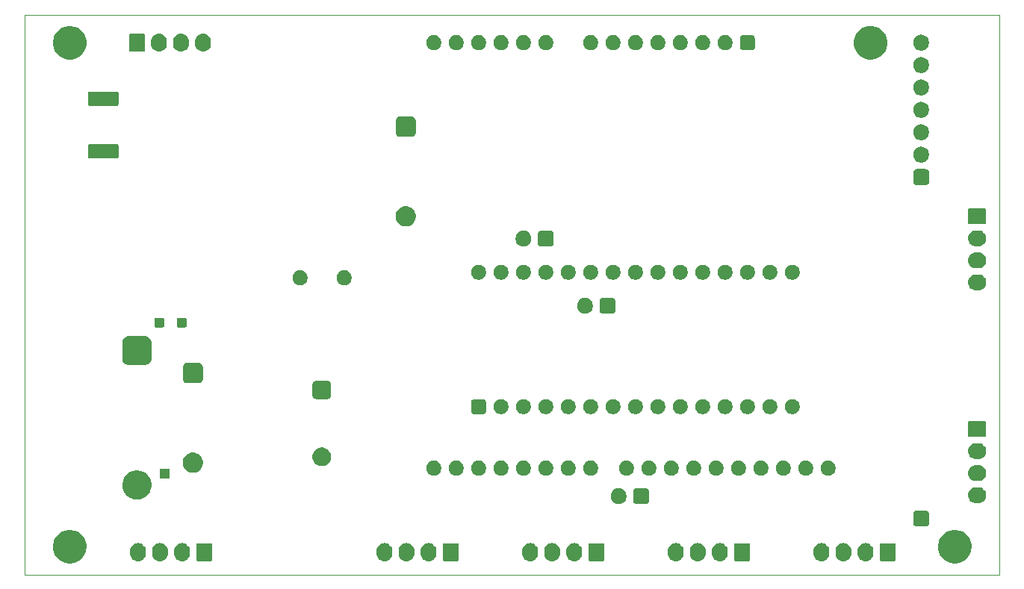
<source format=gbr>
G04 #@! TF.GenerationSoftware,KiCad,Pcbnew,5.1.5-52549c5~86~ubuntu18.04.1*
G04 #@! TF.CreationDate,2020-05-20T16:48:26+05:30*
G04 #@! TF.ProjectId,Resp2,52657370-322e-46b6-9963-61645f706362,rev?*
G04 #@! TF.SameCoordinates,Original*
G04 #@! TF.FileFunction,Soldermask,Bot*
G04 #@! TF.FilePolarity,Negative*
%FSLAX46Y46*%
G04 Gerber Fmt 4.6, Leading zero omitted, Abs format (unit mm)*
G04 Created by KiCad (PCBNEW 5.1.5-52549c5~86~ubuntu18.04.1) date 2020-05-20 16:48:26*
%MOMM*%
%LPD*%
G04 APERTURE LIST*
%ADD10C,0.100000*%
G04 APERTURE END LIST*
D10*
X123190000Y-12700000D02*
X123190000Y-76200000D01*
X12700000Y-12700000D02*
X123190000Y-12700000D01*
X12700000Y-76200000D02*
X12700000Y-12700000D01*
X123190000Y-76200000D02*
X12700000Y-76200000D01*
G36*
X118664501Y-71197054D02*
G01*
X119010461Y-71340356D01*
X119321817Y-71548397D01*
X119586603Y-71813183D01*
X119794644Y-72124539D01*
X119794645Y-72124541D01*
X119937946Y-72470500D01*
X120011000Y-72837767D01*
X120011000Y-73212233D01*
X119981930Y-73358376D01*
X119937946Y-73579501D01*
X119794644Y-73925461D01*
X119586603Y-74236817D01*
X119321817Y-74501603D01*
X119010461Y-74709644D01*
X118664501Y-74852946D01*
X118480866Y-74889473D01*
X118297233Y-74926000D01*
X117922767Y-74926000D01*
X117739134Y-74889473D01*
X117555499Y-74852946D01*
X117209539Y-74709644D01*
X116898183Y-74501603D01*
X116633397Y-74236817D01*
X116425356Y-73925461D01*
X116282054Y-73579501D01*
X116238070Y-73358376D01*
X116209000Y-73212233D01*
X116209000Y-72837767D01*
X116282054Y-72470500D01*
X116425355Y-72124541D01*
X116425356Y-72124539D01*
X116633397Y-71813183D01*
X116898183Y-71548397D01*
X117209539Y-71340356D01*
X117555499Y-71197054D01*
X117922767Y-71124000D01*
X118297233Y-71124000D01*
X118664501Y-71197054D01*
G37*
G36*
X18334501Y-71197054D02*
G01*
X18680461Y-71340356D01*
X18991817Y-71548397D01*
X19256603Y-71813183D01*
X19464644Y-72124539D01*
X19464645Y-72124541D01*
X19607946Y-72470500D01*
X19681000Y-72837767D01*
X19681000Y-73212233D01*
X19651930Y-73358376D01*
X19607946Y-73579501D01*
X19464644Y-73925461D01*
X19256603Y-74236817D01*
X18991817Y-74501603D01*
X18680461Y-74709644D01*
X18334501Y-74852946D01*
X18150866Y-74889473D01*
X17967233Y-74926000D01*
X17592767Y-74926000D01*
X17409134Y-74889473D01*
X17225499Y-74852946D01*
X16879539Y-74709644D01*
X16568183Y-74501603D01*
X16303397Y-74236817D01*
X16095356Y-73925461D01*
X15952054Y-73579501D01*
X15908070Y-73358376D01*
X15879000Y-73212233D01*
X15879000Y-72837767D01*
X15952054Y-72470500D01*
X16095355Y-72124541D01*
X16095356Y-72124539D01*
X16303397Y-71813183D01*
X16568183Y-71548397D01*
X16879539Y-71340356D01*
X17225499Y-71197054D01*
X17592767Y-71124000D01*
X17967233Y-71124000D01*
X18334501Y-71197054D01*
G37*
G36*
X56136627Y-72647037D02*
G01*
X56306466Y-72698557D01*
X56462991Y-72782222D01*
X56498729Y-72811552D01*
X56600186Y-72894814D01*
X56683448Y-72996271D01*
X56712778Y-73032009D01*
X56796443Y-73188534D01*
X56847963Y-73358374D01*
X56861000Y-73490743D01*
X56861000Y-73829258D01*
X56847963Y-73961627D01*
X56796443Y-74131466D01*
X56712778Y-74287991D01*
X56683448Y-74323729D01*
X56600186Y-74425186D01*
X56462989Y-74537779D01*
X56306467Y-74621442D01*
X56306465Y-74621443D01*
X56136626Y-74672963D01*
X55960000Y-74690359D01*
X55783373Y-74672963D01*
X55613534Y-74621443D01*
X55457009Y-74537778D01*
X55412930Y-74501603D01*
X55319814Y-74425186D01*
X55207221Y-74287989D01*
X55123558Y-74131467D01*
X55123557Y-74131465D01*
X55072037Y-73961626D01*
X55059000Y-73829257D01*
X55059000Y-73490742D01*
X55072037Y-73358373D01*
X55123557Y-73188534D01*
X55207222Y-73032009D01*
X55319815Y-72894815D01*
X55457010Y-72782222D01*
X55613535Y-72698557D01*
X55783374Y-72647037D01*
X55960000Y-72629641D01*
X56136627Y-72647037D01*
G37*
G36*
X75146627Y-72647037D02*
G01*
X75316466Y-72698557D01*
X75472991Y-72782222D01*
X75508729Y-72811552D01*
X75610186Y-72894814D01*
X75693448Y-72996271D01*
X75722778Y-73032009D01*
X75806443Y-73188534D01*
X75857963Y-73358374D01*
X75871000Y-73490743D01*
X75871000Y-73829258D01*
X75857963Y-73961627D01*
X75806443Y-74131466D01*
X75722778Y-74287991D01*
X75693448Y-74323729D01*
X75610186Y-74425186D01*
X75472989Y-74537779D01*
X75316467Y-74621442D01*
X75316465Y-74621443D01*
X75146626Y-74672963D01*
X74970000Y-74690359D01*
X74793373Y-74672963D01*
X74623534Y-74621443D01*
X74467009Y-74537778D01*
X74422930Y-74501603D01*
X74329814Y-74425186D01*
X74217221Y-74287989D01*
X74133558Y-74131467D01*
X74133557Y-74131465D01*
X74082037Y-73961626D01*
X74069000Y-73829257D01*
X74069000Y-73490742D01*
X74082037Y-73358373D01*
X74133557Y-73188534D01*
X74217222Y-73032009D01*
X74329815Y-72894815D01*
X74467010Y-72782222D01*
X74623535Y-72698557D01*
X74793374Y-72647037D01*
X74970000Y-72629641D01*
X75146627Y-72647037D01*
G37*
G36*
X72646627Y-72647037D02*
G01*
X72816466Y-72698557D01*
X72972991Y-72782222D01*
X73008729Y-72811552D01*
X73110186Y-72894814D01*
X73193448Y-72996271D01*
X73222778Y-73032009D01*
X73306443Y-73188534D01*
X73357963Y-73358374D01*
X73371000Y-73490743D01*
X73371000Y-73829258D01*
X73357963Y-73961627D01*
X73306443Y-74131466D01*
X73222778Y-74287991D01*
X73193448Y-74323729D01*
X73110186Y-74425186D01*
X72972989Y-74537779D01*
X72816467Y-74621442D01*
X72816465Y-74621443D01*
X72646626Y-74672963D01*
X72470000Y-74690359D01*
X72293373Y-74672963D01*
X72123534Y-74621443D01*
X71967009Y-74537778D01*
X71922930Y-74501603D01*
X71829814Y-74425186D01*
X71717221Y-74287989D01*
X71633558Y-74131467D01*
X71633557Y-74131465D01*
X71582037Y-73961626D01*
X71569000Y-73829257D01*
X71569000Y-73490742D01*
X71582037Y-73358373D01*
X71633557Y-73188534D01*
X71717222Y-73032009D01*
X71829815Y-72894815D01*
X71967010Y-72782222D01*
X72123535Y-72698557D01*
X72293374Y-72647037D01*
X72470000Y-72629641D01*
X72646627Y-72647037D01*
G37*
G36*
X70146627Y-72647037D02*
G01*
X70316466Y-72698557D01*
X70472991Y-72782222D01*
X70508729Y-72811552D01*
X70610186Y-72894814D01*
X70693448Y-72996271D01*
X70722778Y-73032009D01*
X70806443Y-73188534D01*
X70857963Y-73358374D01*
X70871000Y-73490743D01*
X70871000Y-73829258D01*
X70857963Y-73961627D01*
X70806443Y-74131466D01*
X70722778Y-74287991D01*
X70693448Y-74323729D01*
X70610186Y-74425186D01*
X70472989Y-74537779D01*
X70316467Y-74621442D01*
X70316465Y-74621443D01*
X70146626Y-74672963D01*
X69970000Y-74690359D01*
X69793373Y-74672963D01*
X69623534Y-74621443D01*
X69467009Y-74537778D01*
X69422930Y-74501603D01*
X69329814Y-74425186D01*
X69217221Y-74287989D01*
X69133558Y-74131467D01*
X69133557Y-74131465D01*
X69082037Y-73961626D01*
X69069000Y-73829257D01*
X69069000Y-73490742D01*
X69082037Y-73358373D01*
X69133557Y-73188534D01*
X69217222Y-73032009D01*
X69329815Y-72894815D01*
X69467010Y-72782222D01*
X69623535Y-72698557D01*
X69793374Y-72647037D01*
X69970000Y-72629641D01*
X70146627Y-72647037D01*
G37*
G36*
X91656627Y-72647037D02*
G01*
X91826466Y-72698557D01*
X91982991Y-72782222D01*
X92018729Y-72811552D01*
X92120186Y-72894814D01*
X92203448Y-72996271D01*
X92232778Y-73032009D01*
X92316443Y-73188534D01*
X92367963Y-73358374D01*
X92381000Y-73490743D01*
X92381000Y-73829258D01*
X92367963Y-73961627D01*
X92316443Y-74131466D01*
X92232778Y-74287991D01*
X92203448Y-74323729D01*
X92120186Y-74425186D01*
X91982989Y-74537779D01*
X91826467Y-74621442D01*
X91826465Y-74621443D01*
X91656626Y-74672963D01*
X91480000Y-74690359D01*
X91303373Y-74672963D01*
X91133534Y-74621443D01*
X90977009Y-74537778D01*
X90932930Y-74501603D01*
X90839814Y-74425186D01*
X90727221Y-74287989D01*
X90643558Y-74131467D01*
X90643557Y-74131465D01*
X90592037Y-73961626D01*
X90579000Y-73829257D01*
X90579000Y-73490742D01*
X90592037Y-73358373D01*
X90643557Y-73188534D01*
X90727222Y-73032009D01*
X90839815Y-72894815D01*
X90977010Y-72782222D01*
X91133535Y-72698557D01*
X91303374Y-72647037D01*
X91480000Y-72629641D01*
X91656627Y-72647037D01*
G37*
G36*
X89156627Y-72647037D02*
G01*
X89326466Y-72698557D01*
X89482991Y-72782222D01*
X89518729Y-72811552D01*
X89620186Y-72894814D01*
X89703448Y-72996271D01*
X89732778Y-73032009D01*
X89816443Y-73188534D01*
X89867963Y-73358374D01*
X89881000Y-73490743D01*
X89881000Y-73829258D01*
X89867963Y-73961627D01*
X89816443Y-74131466D01*
X89732778Y-74287991D01*
X89703448Y-74323729D01*
X89620186Y-74425186D01*
X89482989Y-74537779D01*
X89326467Y-74621442D01*
X89326465Y-74621443D01*
X89156626Y-74672963D01*
X88980000Y-74690359D01*
X88803373Y-74672963D01*
X88633534Y-74621443D01*
X88477009Y-74537778D01*
X88432930Y-74501603D01*
X88339814Y-74425186D01*
X88227221Y-74287989D01*
X88143558Y-74131467D01*
X88143557Y-74131465D01*
X88092037Y-73961626D01*
X88079000Y-73829257D01*
X88079000Y-73490742D01*
X88092037Y-73358373D01*
X88143557Y-73188534D01*
X88227222Y-73032009D01*
X88339815Y-72894815D01*
X88477010Y-72782222D01*
X88633535Y-72698557D01*
X88803374Y-72647037D01*
X88980000Y-72629641D01*
X89156627Y-72647037D01*
G37*
G36*
X86656627Y-72647037D02*
G01*
X86826466Y-72698557D01*
X86982991Y-72782222D01*
X87018729Y-72811552D01*
X87120186Y-72894814D01*
X87203448Y-72996271D01*
X87232778Y-73032009D01*
X87316443Y-73188534D01*
X87367963Y-73358374D01*
X87381000Y-73490743D01*
X87381000Y-73829258D01*
X87367963Y-73961627D01*
X87316443Y-74131466D01*
X87232778Y-74287991D01*
X87203448Y-74323729D01*
X87120186Y-74425186D01*
X86982989Y-74537779D01*
X86826467Y-74621442D01*
X86826465Y-74621443D01*
X86656626Y-74672963D01*
X86480000Y-74690359D01*
X86303373Y-74672963D01*
X86133534Y-74621443D01*
X85977009Y-74537778D01*
X85932930Y-74501603D01*
X85839814Y-74425186D01*
X85727221Y-74287989D01*
X85643558Y-74131467D01*
X85643557Y-74131465D01*
X85592037Y-73961626D01*
X85579000Y-73829257D01*
X85579000Y-73490742D01*
X85592037Y-73358373D01*
X85643557Y-73188534D01*
X85727222Y-73032009D01*
X85839815Y-72894815D01*
X85977010Y-72782222D01*
X86133535Y-72698557D01*
X86303374Y-72647037D01*
X86480000Y-72629641D01*
X86656627Y-72647037D01*
G37*
G36*
X53636627Y-72647037D02*
G01*
X53806466Y-72698557D01*
X53962991Y-72782222D01*
X53998729Y-72811552D01*
X54100186Y-72894814D01*
X54183448Y-72996271D01*
X54212778Y-73032009D01*
X54296443Y-73188534D01*
X54347963Y-73358374D01*
X54361000Y-73490743D01*
X54361000Y-73829258D01*
X54347963Y-73961627D01*
X54296443Y-74131466D01*
X54212778Y-74287991D01*
X54183448Y-74323729D01*
X54100186Y-74425186D01*
X53962989Y-74537779D01*
X53806467Y-74621442D01*
X53806465Y-74621443D01*
X53636626Y-74672963D01*
X53460000Y-74690359D01*
X53283373Y-74672963D01*
X53113534Y-74621443D01*
X52957009Y-74537778D01*
X52912930Y-74501603D01*
X52819814Y-74425186D01*
X52707221Y-74287989D01*
X52623558Y-74131467D01*
X52623557Y-74131465D01*
X52572037Y-73961626D01*
X52559000Y-73829257D01*
X52559000Y-73490742D01*
X52572037Y-73358373D01*
X52623557Y-73188534D01*
X52707222Y-73032009D01*
X52819815Y-72894815D01*
X52957010Y-72782222D01*
X53113535Y-72698557D01*
X53283374Y-72647037D01*
X53460000Y-72629641D01*
X53636627Y-72647037D01*
G37*
G36*
X108166627Y-72647037D02*
G01*
X108336466Y-72698557D01*
X108492991Y-72782222D01*
X108528729Y-72811552D01*
X108630186Y-72894814D01*
X108713448Y-72996271D01*
X108742778Y-73032009D01*
X108826443Y-73188534D01*
X108877963Y-73358374D01*
X108891000Y-73490743D01*
X108891000Y-73829258D01*
X108877963Y-73961627D01*
X108826443Y-74131466D01*
X108742778Y-74287991D01*
X108713448Y-74323729D01*
X108630186Y-74425186D01*
X108492989Y-74537779D01*
X108336467Y-74621442D01*
X108336465Y-74621443D01*
X108166626Y-74672963D01*
X107990000Y-74690359D01*
X107813373Y-74672963D01*
X107643534Y-74621443D01*
X107487009Y-74537778D01*
X107442930Y-74501603D01*
X107349814Y-74425186D01*
X107237221Y-74287989D01*
X107153558Y-74131467D01*
X107153557Y-74131465D01*
X107102037Y-73961626D01*
X107089000Y-73829257D01*
X107089000Y-73490742D01*
X107102037Y-73358373D01*
X107153557Y-73188534D01*
X107237222Y-73032009D01*
X107349815Y-72894815D01*
X107487010Y-72782222D01*
X107643535Y-72698557D01*
X107813374Y-72647037D01*
X107990000Y-72629641D01*
X108166627Y-72647037D01*
G37*
G36*
X105666627Y-72647037D02*
G01*
X105836466Y-72698557D01*
X105992991Y-72782222D01*
X106028729Y-72811552D01*
X106130186Y-72894814D01*
X106213448Y-72996271D01*
X106242778Y-73032009D01*
X106326443Y-73188534D01*
X106377963Y-73358374D01*
X106391000Y-73490743D01*
X106391000Y-73829258D01*
X106377963Y-73961627D01*
X106326443Y-74131466D01*
X106242778Y-74287991D01*
X106213448Y-74323729D01*
X106130186Y-74425186D01*
X105992989Y-74537779D01*
X105836467Y-74621442D01*
X105836465Y-74621443D01*
X105666626Y-74672963D01*
X105490000Y-74690359D01*
X105313373Y-74672963D01*
X105143534Y-74621443D01*
X104987009Y-74537778D01*
X104942930Y-74501603D01*
X104849814Y-74425186D01*
X104737221Y-74287989D01*
X104653558Y-74131467D01*
X104653557Y-74131465D01*
X104602037Y-73961626D01*
X104589000Y-73829257D01*
X104589000Y-73490742D01*
X104602037Y-73358373D01*
X104653557Y-73188534D01*
X104737222Y-73032009D01*
X104849815Y-72894815D01*
X104987010Y-72782222D01*
X105143535Y-72698557D01*
X105313374Y-72647037D01*
X105490000Y-72629641D01*
X105666627Y-72647037D01*
G37*
G36*
X103166627Y-72647037D02*
G01*
X103336466Y-72698557D01*
X103492991Y-72782222D01*
X103528729Y-72811552D01*
X103630186Y-72894814D01*
X103713448Y-72996271D01*
X103742778Y-73032009D01*
X103826443Y-73188534D01*
X103877963Y-73358374D01*
X103891000Y-73490743D01*
X103891000Y-73829258D01*
X103877963Y-73961627D01*
X103826443Y-74131466D01*
X103742778Y-74287991D01*
X103713448Y-74323729D01*
X103630186Y-74425186D01*
X103492989Y-74537779D01*
X103336467Y-74621442D01*
X103336465Y-74621443D01*
X103166626Y-74672963D01*
X102990000Y-74690359D01*
X102813373Y-74672963D01*
X102643534Y-74621443D01*
X102487009Y-74537778D01*
X102442930Y-74501603D01*
X102349814Y-74425186D01*
X102237221Y-74287989D01*
X102153558Y-74131467D01*
X102153557Y-74131465D01*
X102102037Y-73961626D01*
X102089000Y-73829257D01*
X102089000Y-73490742D01*
X102102037Y-73358373D01*
X102153557Y-73188534D01*
X102237222Y-73032009D01*
X102349815Y-72894815D01*
X102487010Y-72782222D01*
X102643535Y-72698557D01*
X102813374Y-72647037D01*
X102990000Y-72629641D01*
X103166627Y-72647037D01*
G37*
G36*
X25696627Y-72647037D02*
G01*
X25866466Y-72698557D01*
X26022991Y-72782222D01*
X26058729Y-72811552D01*
X26160186Y-72894814D01*
X26243448Y-72996271D01*
X26272778Y-73032009D01*
X26356443Y-73188534D01*
X26407963Y-73358374D01*
X26421000Y-73490743D01*
X26421000Y-73829258D01*
X26407963Y-73961627D01*
X26356443Y-74131466D01*
X26272778Y-74287991D01*
X26243448Y-74323729D01*
X26160186Y-74425186D01*
X26022989Y-74537779D01*
X25866467Y-74621442D01*
X25866465Y-74621443D01*
X25696626Y-74672963D01*
X25520000Y-74690359D01*
X25343373Y-74672963D01*
X25173534Y-74621443D01*
X25017009Y-74537778D01*
X24972930Y-74501603D01*
X24879814Y-74425186D01*
X24767221Y-74287989D01*
X24683558Y-74131467D01*
X24683557Y-74131465D01*
X24632037Y-73961626D01*
X24619000Y-73829257D01*
X24619000Y-73490742D01*
X24632037Y-73358373D01*
X24683557Y-73188534D01*
X24767222Y-73032009D01*
X24879815Y-72894815D01*
X25017010Y-72782222D01*
X25173535Y-72698557D01*
X25343374Y-72647037D01*
X25520000Y-72629641D01*
X25696627Y-72647037D01*
G37*
G36*
X28196627Y-72647037D02*
G01*
X28366466Y-72698557D01*
X28522991Y-72782222D01*
X28558729Y-72811552D01*
X28660186Y-72894814D01*
X28743448Y-72996271D01*
X28772778Y-73032009D01*
X28856443Y-73188534D01*
X28907963Y-73358374D01*
X28921000Y-73490743D01*
X28921000Y-73829258D01*
X28907963Y-73961627D01*
X28856443Y-74131466D01*
X28772778Y-74287991D01*
X28743448Y-74323729D01*
X28660186Y-74425186D01*
X28522989Y-74537779D01*
X28366467Y-74621442D01*
X28366465Y-74621443D01*
X28196626Y-74672963D01*
X28020000Y-74690359D01*
X27843373Y-74672963D01*
X27673534Y-74621443D01*
X27517009Y-74537778D01*
X27472930Y-74501603D01*
X27379814Y-74425186D01*
X27267221Y-74287989D01*
X27183558Y-74131467D01*
X27183557Y-74131465D01*
X27132037Y-73961626D01*
X27119000Y-73829257D01*
X27119000Y-73490742D01*
X27132037Y-73358373D01*
X27183557Y-73188534D01*
X27267222Y-73032009D01*
X27379815Y-72894815D01*
X27517010Y-72782222D01*
X27673535Y-72698557D01*
X27843374Y-72647037D01*
X28020000Y-72629641D01*
X28196627Y-72647037D01*
G37*
G36*
X30696627Y-72647037D02*
G01*
X30866466Y-72698557D01*
X31022991Y-72782222D01*
X31058729Y-72811552D01*
X31160186Y-72894814D01*
X31243448Y-72996271D01*
X31272778Y-73032009D01*
X31356443Y-73188534D01*
X31407963Y-73358374D01*
X31421000Y-73490743D01*
X31421000Y-73829258D01*
X31407963Y-73961627D01*
X31356443Y-74131466D01*
X31272778Y-74287991D01*
X31243448Y-74323729D01*
X31160186Y-74425186D01*
X31022989Y-74537779D01*
X30866467Y-74621442D01*
X30866465Y-74621443D01*
X30696626Y-74672963D01*
X30520000Y-74690359D01*
X30343373Y-74672963D01*
X30173534Y-74621443D01*
X30017009Y-74537778D01*
X29972930Y-74501603D01*
X29879814Y-74425186D01*
X29767221Y-74287989D01*
X29683558Y-74131467D01*
X29683557Y-74131465D01*
X29632037Y-73961626D01*
X29619000Y-73829257D01*
X29619000Y-73490742D01*
X29632037Y-73358373D01*
X29683557Y-73188534D01*
X29767222Y-73032009D01*
X29879815Y-72894815D01*
X30017010Y-72782222D01*
X30173535Y-72698557D01*
X30343374Y-72647037D01*
X30520000Y-72629641D01*
X30696627Y-72647037D01*
G37*
G36*
X58636627Y-72647037D02*
G01*
X58806466Y-72698557D01*
X58962991Y-72782222D01*
X58998729Y-72811552D01*
X59100186Y-72894814D01*
X59183448Y-72996271D01*
X59212778Y-73032009D01*
X59296443Y-73188534D01*
X59347963Y-73358374D01*
X59361000Y-73490743D01*
X59361000Y-73829258D01*
X59347963Y-73961627D01*
X59296443Y-74131466D01*
X59212778Y-74287991D01*
X59183448Y-74323729D01*
X59100186Y-74425186D01*
X58962989Y-74537779D01*
X58806467Y-74621442D01*
X58806465Y-74621443D01*
X58636626Y-74672963D01*
X58460000Y-74690359D01*
X58283373Y-74672963D01*
X58113534Y-74621443D01*
X57957009Y-74537778D01*
X57912930Y-74501603D01*
X57819814Y-74425186D01*
X57707221Y-74287989D01*
X57623558Y-74131467D01*
X57623557Y-74131465D01*
X57572037Y-73961626D01*
X57559000Y-73829257D01*
X57559000Y-73490742D01*
X57572037Y-73358373D01*
X57623557Y-73188534D01*
X57707222Y-73032009D01*
X57819815Y-72894815D01*
X57957010Y-72782222D01*
X58113535Y-72698557D01*
X58283374Y-72647037D01*
X58460000Y-72629641D01*
X58636627Y-72647037D01*
G37*
G36*
X94738600Y-72637989D02*
G01*
X94771652Y-72648015D01*
X94802103Y-72664292D01*
X94828799Y-72686201D01*
X94850708Y-72712897D01*
X94866985Y-72743348D01*
X94877011Y-72776400D01*
X94881000Y-72816903D01*
X94881000Y-74503097D01*
X94877011Y-74543600D01*
X94866985Y-74576652D01*
X94850708Y-74607103D01*
X94828799Y-74633799D01*
X94802103Y-74655708D01*
X94771652Y-74671985D01*
X94738600Y-74682011D01*
X94698097Y-74686000D01*
X93261903Y-74686000D01*
X93221400Y-74682011D01*
X93188348Y-74671985D01*
X93157897Y-74655708D01*
X93131201Y-74633799D01*
X93109292Y-74607103D01*
X93093015Y-74576652D01*
X93082989Y-74543600D01*
X93079000Y-74503097D01*
X93079000Y-72816903D01*
X93082989Y-72776400D01*
X93093015Y-72743348D01*
X93109292Y-72712897D01*
X93131201Y-72686201D01*
X93157897Y-72664292D01*
X93188348Y-72648015D01*
X93221400Y-72637989D01*
X93261903Y-72634000D01*
X94698097Y-72634000D01*
X94738600Y-72637989D01*
G37*
G36*
X33778600Y-72637989D02*
G01*
X33811652Y-72648015D01*
X33842103Y-72664292D01*
X33868799Y-72686201D01*
X33890708Y-72712897D01*
X33906985Y-72743348D01*
X33917011Y-72776400D01*
X33921000Y-72816903D01*
X33921000Y-74503097D01*
X33917011Y-74543600D01*
X33906985Y-74576652D01*
X33890708Y-74607103D01*
X33868799Y-74633799D01*
X33842103Y-74655708D01*
X33811652Y-74671985D01*
X33778600Y-74682011D01*
X33738097Y-74686000D01*
X32301903Y-74686000D01*
X32261400Y-74682011D01*
X32228348Y-74671985D01*
X32197897Y-74655708D01*
X32171201Y-74633799D01*
X32149292Y-74607103D01*
X32133015Y-74576652D01*
X32122989Y-74543600D01*
X32119000Y-74503097D01*
X32119000Y-72816903D01*
X32122989Y-72776400D01*
X32133015Y-72743348D01*
X32149292Y-72712897D01*
X32171201Y-72686201D01*
X32197897Y-72664292D01*
X32228348Y-72648015D01*
X32261400Y-72637989D01*
X32301903Y-72634000D01*
X33738097Y-72634000D01*
X33778600Y-72637989D01*
G37*
G36*
X111248600Y-72637989D02*
G01*
X111281652Y-72648015D01*
X111312103Y-72664292D01*
X111338799Y-72686201D01*
X111360708Y-72712897D01*
X111376985Y-72743348D01*
X111387011Y-72776400D01*
X111391000Y-72816903D01*
X111391000Y-74503097D01*
X111387011Y-74543600D01*
X111376985Y-74576652D01*
X111360708Y-74607103D01*
X111338799Y-74633799D01*
X111312103Y-74655708D01*
X111281652Y-74671985D01*
X111248600Y-74682011D01*
X111208097Y-74686000D01*
X109771903Y-74686000D01*
X109731400Y-74682011D01*
X109698348Y-74671985D01*
X109667897Y-74655708D01*
X109641201Y-74633799D01*
X109619292Y-74607103D01*
X109603015Y-74576652D01*
X109592989Y-74543600D01*
X109589000Y-74503097D01*
X109589000Y-72816903D01*
X109592989Y-72776400D01*
X109603015Y-72743348D01*
X109619292Y-72712897D01*
X109641201Y-72686201D01*
X109667897Y-72664292D01*
X109698348Y-72648015D01*
X109731400Y-72637989D01*
X109771903Y-72634000D01*
X111208097Y-72634000D01*
X111248600Y-72637989D01*
G37*
G36*
X78228600Y-72637989D02*
G01*
X78261652Y-72648015D01*
X78292103Y-72664292D01*
X78318799Y-72686201D01*
X78340708Y-72712897D01*
X78356985Y-72743348D01*
X78367011Y-72776400D01*
X78371000Y-72816903D01*
X78371000Y-74503097D01*
X78367011Y-74543600D01*
X78356985Y-74576652D01*
X78340708Y-74607103D01*
X78318799Y-74633799D01*
X78292103Y-74655708D01*
X78261652Y-74671985D01*
X78228600Y-74682011D01*
X78188097Y-74686000D01*
X76751903Y-74686000D01*
X76711400Y-74682011D01*
X76678348Y-74671985D01*
X76647897Y-74655708D01*
X76621201Y-74633799D01*
X76599292Y-74607103D01*
X76583015Y-74576652D01*
X76572989Y-74543600D01*
X76569000Y-74503097D01*
X76569000Y-72816903D01*
X76572989Y-72776400D01*
X76583015Y-72743348D01*
X76599292Y-72712897D01*
X76621201Y-72686201D01*
X76647897Y-72664292D01*
X76678348Y-72648015D01*
X76711400Y-72637989D01*
X76751903Y-72634000D01*
X78188097Y-72634000D01*
X78228600Y-72637989D01*
G37*
G36*
X61718600Y-72637989D02*
G01*
X61751652Y-72648015D01*
X61782103Y-72664292D01*
X61808799Y-72686201D01*
X61830708Y-72712897D01*
X61846985Y-72743348D01*
X61857011Y-72776400D01*
X61861000Y-72816903D01*
X61861000Y-74503097D01*
X61857011Y-74543600D01*
X61846985Y-74576652D01*
X61830708Y-74607103D01*
X61808799Y-74633799D01*
X61782103Y-74655708D01*
X61751652Y-74671985D01*
X61718600Y-74682011D01*
X61678097Y-74686000D01*
X60241903Y-74686000D01*
X60201400Y-74682011D01*
X60168348Y-74671985D01*
X60137897Y-74655708D01*
X60111201Y-74633799D01*
X60089292Y-74607103D01*
X60073015Y-74576652D01*
X60062989Y-74543600D01*
X60059000Y-74503097D01*
X60059000Y-72816903D01*
X60062989Y-72776400D01*
X60073015Y-72743348D01*
X60089292Y-72712897D01*
X60111201Y-72686201D01*
X60137897Y-72664292D01*
X60168348Y-72648015D01*
X60201400Y-72637989D01*
X60241903Y-72634000D01*
X61678097Y-72634000D01*
X61718600Y-72637989D01*
G37*
G36*
X114888578Y-68957048D02*
G01*
X114961249Y-68979093D01*
X115028225Y-69014892D01*
X115086930Y-69063070D01*
X115135108Y-69121775D01*
X115170907Y-69188751D01*
X115192952Y-69261422D01*
X115201000Y-69343140D01*
X115201000Y-70356860D01*
X115192952Y-70438578D01*
X115170907Y-70511249D01*
X115135108Y-70578225D01*
X115086930Y-70636930D01*
X115028225Y-70685108D01*
X114961249Y-70720907D01*
X114888578Y-70742952D01*
X114806860Y-70751000D01*
X113793140Y-70751000D01*
X113711422Y-70742952D01*
X113638751Y-70720907D01*
X113571775Y-70685108D01*
X113513070Y-70636930D01*
X113464892Y-70578225D01*
X113429093Y-70511249D01*
X113407048Y-70438578D01*
X113399000Y-70356860D01*
X113399000Y-69343140D01*
X113407048Y-69261422D01*
X113429093Y-69188751D01*
X113464892Y-69121775D01*
X113513070Y-69063070D01*
X113571775Y-69014892D01*
X113638751Y-68979093D01*
X113711422Y-68957048D01*
X113793140Y-68949000D01*
X114806860Y-68949000D01*
X114888578Y-68957048D01*
G37*
G36*
X80123512Y-66413927D02*
G01*
X80272812Y-66443624D01*
X80436784Y-66511544D01*
X80584354Y-66610147D01*
X80709853Y-66735646D01*
X80808456Y-66883216D01*
X80876376Y-67047188D01*
X80911000Y-67221259D01*
X80911000Y-67398741D01*
X80876376Y-67572812D01*
X80808456Y-67736784D01*
X80709853Y-67884354D01*
X80584354Y-68009853D01*
X80436784Y-68108456D01*
X80272812Y-68176376D01*
X80123512Y-68206073D01*
X80098742Y-68211000D01*
X79921258Y-68211000D01*
X79896488Y-68206073D01*
X79747188Y-68176376D01*
X79583216Y-68108456D01*
X79435646Y-68009853D01*
X79310147Y-67884354D01*
X79211544Y-67736784D01*
X79143624Y-67572812D01*
X79109000Y-67398741D01*
X79109000Y-67221259D01*
X79143624Y-67047188D01*
X79211544Y-66883216D01*
X79310147Y-66735646D01*
X79435646Y-66610147D01*
X79583216Y-66511544D01*
X79747188Y-66443624D01*
X79896488Y-66413927D01*
X79921258Y-66409000D01*
X80098742Y-66409000D01*
X80123512Y-66413927D01*
G37*
G36*
X83138578Y-66417048D02*
G01*
X83211249Y-66439093D01*
X83278225Y-66474892D01*
X83336930Y-66523070D01*
X83385108Y-66581775D01*
X83420907Y-66648751D01*
X83442952Y-66721422D01*
X83451000Y-66803140D01*
X83451000Y-67816860D01*
X83442952Y-67898578D01*
X83420907Y-67971249D01*
X83385108Y-68038225D01*
X83336930Y-68096930D01*
X83278225Y-68145108D01*
X83211249Y-68180907D01*
X83138578Y-68202952D01*
X83056860Y-68211000D01*
X82043140Y-68211000D01*
X81961422Y-68202952D01*
X81888751Y-68180907D01*
X81821775Y-68145108D01*
X81763070Y-68096930D01*
X81714892Y-68038225D01*
X81679093Y-67971249D01*
X81657048Y-67898578D01*
X81649000Y-67816860D01*
X81649000Y-66803140D01*
X81657048Y-66721422D01*
X81679093Y-66648751D01*
X81714892Y-66581775D01*
X81763070Y-66523070D01*
X81821775Y-66474892D01*
X81888751Y-66439093D01*
X81961422Y-66417048D01*
X82043140Y-66409000D01*
X83056860Y-66409000D01*
X83138578Y-66417048D01*
G37*
G36*
X120885443Y-66295519D02*
G01*
X120951627Y-66302037D01*
X121121466Y-66353557D01*
X121277991Y-66437222D01*
X121313729Y-66466552D01*
X121415186Y-66549814D01*
X121496380Y-66648751D01*
X121527778Y-66687009D01*
X121611443Y-66843534D01*
X121662963Y-67013373D01*
X121680359Y-67190000D01*
X121662963Y-67366627D01*
X121611443Y-67536466D01*
X121527778Y-67692991D01*
X121498448Y-67728729D01*
X121415186Y-67830186D01*
X121313729Y-67913448D01*
X121277991Y-67942778D01*
X121277989Y-67942779D01*
X121152504Y-68009853D01*
X121121466Y-68026443D01*
X120951627Y-68077963D01*
X120885443Y-68084481D01*
X120819260Y-68091000D01*
X120480740Y-68091000D01*
X120414557Y-68084481D01*
X120348373Y-68077963D01*
X120178534Y-68026443D01*
X120147497Y-68009853D01*
X120022011Y-67942779D01*
X120022009Y-67942778D01*
X119986271Y-67913448D01*
X119884814Y-67830186D01*
X119801552Y-67728729D01*
X119772222Y-67692991D01*
X119688557Y-67536466D01*
X119637037Y-67366627D01*
X119619641Y-67190000D01*
X119637037Y-67013373D01*
X119688557Y-66843534D01*
X119772222Y-66687009D01*
X119803620Y-66648751D01*
X119884814Y-66549814D01*
X119986271Y-66466552D01*
X120022009Y-66437222D01*
X120178534Y-66353557D01*
X120348373Y-66302037D01*
X120414557Y-66295519D01*
X120480740Y-66289000D01*
X120819260Y-66289000D01*
X120885443Y-66295519D01*
G37*
G36*
X25775256Y-64431298D02*
G01*
X25881579Y-64452447D01*
X26182042Y-64576903D01*
X26452451Y-64757585D01*
X26682415Y-64987549D01*
X26863097Y-65257958D01*
X26974307Y-65526442D01*
X26987553Y-65558422D01*
X27051000Y-65877389D01*
X27051000Y-66202611D01*
X27009946Y-66409000D01*
X26987553Y-66521579D01*
X26919029Y-66687011D01*
X26870927Y-66803140D01*
X26863097Y-66822042D01*
X26682415Y-67092451D01*
X26452451Y-67322415D01*
X26182042Y-67503097D01*
X25881579Y-67627553D01*
X25775256Y-67648702D01*
X25562611Y-67691000D01*
X25237389Y-67691000D01*
X25024744Y-67648702D01*
X24918421Y-67627553D01*
X24617958Y-67503097D01*
X24347549Y-67322415D01*
X24117585Y-67092451D01*
X23936903Y-66822042D01*
X23929074Y-66803140D01*
X23880971Y-66687011D01*
X23812447Y-66521579D01*
X23790054Y-66409000D01*
X23749000Y-66202611D01*
X23749000Y-65877389D01*
X23812447Y-65558422D01*
X23825694Y-65526442D01*
X23936903Y-65257958D01*
X24117585Y-64987549D01*
X24347549Y-64757585D01*
X24617958Y-64576903D01*
X24918421Y-64452447D01*
X25024744Y-64431298D01*
X25237389Y-64389000D01*
X25562611Y-64389000D01*
X25775256Y-64431298D01*
G37*
G36*
X120885442Y-63795518D02*
G01*
X120951627Y-63802037D01*
X121121466Y-63853557D01*
X121277991Y-63937222D01*
X121313729Y-63966552D01*
X121415186Y-64049814D01*
X121498448Y-64151271D01*
X121527778Y-64187009D01*
X121611443Y-64343534D01*
X121662963Y-64513373D01*
X121680359Y-64690000D01*
X121662963Y-64866627D01*
X121611443Y-65036466D01*
X121527778Y-65192991D01*
X121498448Y-65228729D01*
X121415186Y-65330186D01*
X121313729Y-65413448D01*
X121277991Y-65442778D01*
X121121466Y-65526443D01*
X120951627Y-65577963D01*
X120885443Y-65584481D01*
X120819260Y-65591000D01*
X120480740Y-65591000D01*
X120414557Y-65584481D01*
X120348373Y-65577963D01*
X120178534Y-65526443D01*
X120022009Y-65442778D01*
X119986271Y-65413448D01*
X119884814Y-65330186D01*
X119801552Y-65228729D01*
X119772222Y-65192991D01*
X119688557Y-65036466D01*
X119637037Y-64866627D01*
X119619641Y-64690000D01*
X119637037Y-64513373D01*
X119688557Y-64343534D01*
X119772222Y-64187009D01*
X119801552Y-64151271D01*
X119884814Y-64049814D01*
X119986271Y-63966552D01*
X120022009Y-63937222D01*
X120178534Y-63853557D01*
X120348373Y-63802037D01*
X120414558Y-63795518D01*
X120480740Y-63789000D01*
X120819260Y-63789000D01*
X120885442Y-63795518D01*
G37*
G36*
X29126000Y-65321000D02*
G01*
X28024000Y-65321000D01*
X28024000Y-64219000D01*
X29126000Y-64219000D01*
X29126000Y-65321000D01*
G37*
G36*
X64383228Y-63316703D02*
G01*
X64538100Y-63380853D01*
X64677481Y-63473985D01*
X64796015Y-63592519D01*
X64889147Y-63731900D01*
X64953297Y-63886772D01*
X64986000Y-64051184D01*
X64986000Y-64218816D01*
X64953297Y-64383228D01*
X64889147Y-64538100D01*
X64796015Y-64677481D01*
X64677481Y-64796015D01*
X64538100Y-64889147D01*
X64383228Y-64953297D01*
X64218816Y-64986000D01*
X64051184Y-64986000D01*
X63886772Y-64953297D01*
X63731900Y-64889147D01*
X63592519Y-64796015D01*
X63473985Y-64677481D01*
X63380853Y-64538100D01*
X63316703Y-64383228D01*
X63284000Y-64218816D01*
X63284000Y-64051184D01*
X63316703Y-63886772D01*
X63380853Y-63731900D01*
X63473985Y-63592519D01*
X63592519Y-63473985D01*
X63731900Y-63380853D01*
X63886772Y-63316703D01*
X64051184Y-63284000D01*
X64218816Y-63284000D01*
X64383228Y-63316703D01*
G37*
G36*
X59303228Y-63316703D02*
G01*
X59458100Y-63380853D01*
X59597481Y-63473985D01*
X59716015Y-63592519D01*
X59809147Y-63731900D01*
X59873297Y-63886772D01*
X59906000Y-64051184D01*
X59906000Y-64218816D01*
X59873297Y-64383228D01*
X59809147Y-64538100D01*
X59716015Y-64677481D01*
X59597481Y-64796015D01*
X59458100Y-64889147D01*
X59303228Y-64953297D01*
X59138816Y-64986000D01*
X58971184Y-64986000D01*
X58806772Y-64953297D01*
X58651900Y-64889147D01*
X58512519Y-64796015D01*
X58393985Y-64677481D01*
X58300853Y-64538100D01*
X58236703Y-64383228D01*
X58204000Y-64218816D01*
X58204000Y-64051184D01*
X58236703Y-63886772D01*
X58300853Y-63731900D01*
X58393985Y-63592519D01*
X58512519Y-63473985D01*
X58651900Y-63380853D01*
X58806772Y-63316703D01*
X58971184Y-63284000D01*
X59138816Y-63284000D01*
X59303228Y-63316703D01*
G37*
G36*
X61843228Y-63316703D02*
G01*
X61998100Y-63380853D01*
X62137481Y-63473985D01*
X62256015Y-63592519D01*
X62349147Y-63731900D01*
X62413297Y-63886772D01*
X62446000Y-64051184D01*
X62446000Y-64218816D01*
X62413297Y-64383228D01*
X62349147Y-64538100D01*
X62256015Y-64677481D01*
X62137481Y-64796015D01*
X61998100Y-64889147D01*
X61843228Y-64953297D01*
X61678816Y-64986000D01*
X61511184Y-64986000D01*
X61346772Y-64953297D01*
X61191900Y-64889147D01*
X61052519Y-64796015D01*
X60933985Y-64677481D01*
X60840853Y-64538100D01*
X60776703Y-64383228D01*
X60744000Y-64218816D01*
X60744000Y-64051184D01*
X60776703Y-63886772D01*
X60840853Y-63731900D01*
X60933985Y-63592519D01*
X61052519Y-63473985D01*
X61191900Y-63380853D01*
X61346772Y-63316703D01*
X61511184Y-63284000D01*
X61678816Y-63284000D01*
X61843228Y-63316703D01*
G37*
G36*
X81143228Y-63316703D02*
G01*
X81298100Y-63380853D01*
X81437481Y-63473985D01*
X81556015Y-63592519D01*
X81649147Y-63731900D01*
X81713297Y-63886772D01*
X81746000Y-64051184D01*
X81746000Y-64218816D01*
X81713297Y-64383228D01*
X81649147Y-64538100D01*
X81556015Y-64677481D01*
X81437481Y-64796015D01*
X81298100Y-64889147D01*
X81143228Y-64953297D01*
X80978816Y-64986000D01*
X80811184Y-64986000D01*
X80646772Y-64953297D01*
X80491900Y-64889147D01*
X80352519Y-64796015D01*
X80233985Y-64677481D01*
X80140853Y-64538100D01*
X80076703Y-64383228D01*
X80044000Y-64218816D01*
X80044000Y-64051184D01*
X80076703Y-63886772D01*
X80140853Y-63731900D01*
X80233985Y-63592519D01*
X80352519Y-63473985D01*
X80491900Y-63380853D01*
X80646772Y-63316703D01*
X80811184Y-63284000D01*
X80978816Y-63284000D01*
X81143228Y-63316703D01*
G37*
G36*
X77083228Y-63316703D02*
G01*
X77238100Y-63380853D01*
X77377481Y-63473985D01*
X77496015Y-63592519D01*
X77589147Y-63731900D01*
X77653297Y-63886772D01*
X77686000Y-64051184D01*
X77686000Y-64218816D01*
X77653297Y-64383228D01*
X77589147Y-64538100D01*
X77496015Y-64677481D01*
X77377481Y-64796015D01*
X77238100Y-64889147D01*
X77083228Y-64953297D01*
X76918816Y-64986000D01*
X76751184Y-64986000D01*
X76586772Y-64953297D01*
X76431900Y-64889147D01*
X76292519Y-64796015D01*
X76173985Y-64677481D01*
X76080853Y-64538100D01*
X76016703Y-64383228D01*
X75984000Y-64218816D01*
X75984000Y-64051184D01*
X76016703Y-63886772D01*
X76080853Y-63731900D01*
X76173985Y-63592519D01*
X76292519Y-63473985D01*
X76431900Y-63380853D01*
X76586772Y-63316703D01*
X76751184Y-63284000D01*
X76918816Y-63284000D01*
X77083228Y-63316703D01*
G37*
G36*
X74543228Y-63316703D02*
G01*
X74698100Y-63380853D01*
X74837481Y-63473985D01*
X74956015Y-63592519D01*
X75049147Y-63731900D01*
X75113297Y-63886772D01*
X75146000Y-64051184D01*
X75146000Y-64218816D01*
X75113297Y-64383228D01*
X75049147Y-64538100D01*
X74956015Y-64677481D01*
X74837481Y-64796015D01*
X74698100Y-64889147D01*
X74543228Y-64953297D01*
X74378816Y-64986000D01*
X74211184Y-64986000D01*
X74046772Y-64953297D01*
X73891900Y-64889147D01*
X73752519Y-64796015D01*
X73633985Y-64677481D01*
X73540853Y-64538100D01*
X73476703Y-64383228D01*
X73444000Y-64218816D01*
X73444000Y-64051184D01*
X73476703Y-63886772D01*
X73540853Y-63731900D01*
X73633985Y-63592519D01*
X73752519Y-63473985D01*
X73891900Y-63380853D01*
X74046772Y-63316703D01*
X74211184Y-63284000D01*
X74378816Y-63284000D01*
X74543228Y-63316703D01*
G37*
G36*
X72003228Y-63316703D02*
G01*
X72158100Y-63380853D01*
X72297481Y-63473985D01*
X72416015Y-63592519D01*
X72509147Y-63731900D01*
X72573297Y-63886772D01*
X72606000Y-64051184D01*
X72606000Y-64218816D01*
X72573297Y-64383228D01*
X72509147Y-64538100D01*
X72416015Y-64677481D01*
X72297481Y-64796015D01*
X72158100Y-64889147D01*
X72003228Y-64953297D01*
X71838816Y-64986000D01*
X71671184Y-64986000D01*
X71506772Y-64953297D01*
X71351900Y-64889147D01*
X71212519Y-64796015D01*
X71093985Y-64677481D01*
X71000853Y-64538100D01*
X70936703Y-64383228D01*
X70904000Y-64218816D01*
X70904000Y-64051184D01*
X70936703Y-63886772D01*
X71000853Y-63731900D01*
X71093985Y-63592519D01*
X71212519Y-63473985D01*
X71351900Y-63380853D01*
X71506772Y-63316703D01*
X71671184Y-63284000D01*
X71838816Y-63284000D01*
X72003228Y-63316703D01*
G37*
G36*
X69463228Y-63316703D02*
G01*
X69618100Y-63380853D01*
X69757481Y-63473985D01*
X69876015Y-63592519D01*
X69969147Y-63731900D01*
X70033297Y-63886772D01*
X70066000Y-64051184D01*
X70066000Y-64218816D01*
X70033297Y-64383228D01*
X69969147Y-64538100D01*
X69876015Y-64677481D01*
X69757481Y-64796015D01*
X69618100Y-64889147D01*
X69463228Y-64953297D01*
X69298816Y-64986000D01*
X69131184Y-64986000D01*
X68966772Y-64953297D01*
X68811900Y-64889147D01*
X68672519Y-64796015D01*
X68553985Y-64677481D01*
X68460853Y-64538100D01*
X68396703Y-64383228D01*
X68364000Y-64218816D01*
X68364000Y-64051184D01*
X68396703Y-63886772D01*
X68460853Y-63731900D01*
X68553985Y-63592519D01*
X68672519Y-63473985D01*
X68811900Y-63380853D01*
X68966772Y-63316703D01*
X69131184Y-63284000D01*
X69298816Y-63284000D01*
X69463228Y-63316703D01*
G37*
G36*
X66923228Y-63316703D02*
G01*
X67078100Y-63380853D01*
X67217481Y-63473985D01*
X67336015Y-63592519D01*
X67429147Y-63731900D01*
X67493297Y-63886772D01*
X67526000Y-64051184D01*
X67526000Y-64218816D01*
X67493297Y-64383228D01*
X67429147Y-64538100D01*
X67336015Y-64677481D01*
X67217481Y-64796015D01*
X67078100Y-64889147D01*
X66923228Y-64953297D01*
X66758816Y-64986000D01*
X66591184Y-64986000D01*
X66426772Y-64953297D01*
X66271900Y-64889147D01*
X66132519Y-64796015D01*
X66013985Y-64677481D01*
X65920853Y-64538100D01*
X65856703Y-64383228D01*
X65824000Y-64218816D01*
X65824000Y-64051184D01*
X65856703Y-63886772D01*
X65920853Y-63731900D01*
X66013985Y-63592519D01*
X66132519Y-63473985D01*
X66271900Y-63380853D01*
X66426772Y-63316703D01*
X66591184Y-63284000D01*
X66758816Y-63284000D01*
X66923228Y-63316703D01*
G37*
G36*
X104003228Y-63316703D02*
G01*
X104158100Y-63380853D01*
X104297481Y-63473985D01*
X104416015Y-63592519D01*
X104509147Y-63731900D01*
X104573297Y-63886772D01*
X104606000Y-64051184D01*
X104606000Y-64218816D01*
X104573297Y-64383228D01*
X104509147Y-64538100D01*
X104416015Y-64677481D01*
X104297481Y-64796015D01*
X104158100Y-64889147D01*
X104003228Y-64953297D01*
X103838816Y-64986000D01*
X103671184Y-64986000D01*
X103506772Y-64953297D01*
X103351900Y-64889147D01*
X103212519Y-64796015D01*
X103093985Y-64677481D01*
X103000853Y-64538100D01*
X102936703Y-64383228D01*
X102904000Y-64218816D01*
X102904000Y-64051184D01*
X102936703Y-63886772D01*
X103000853Y-63731900D01*
X103093985Y-63592519D01*
X103212519Y-63473985D01*
X103351900Y-63380853D01*
X103506772Y-63316703D01*
X103671184Y-63284000D01*
X103838816Y-63284000D01*
X104003228Y-63316703D01*
G37*
G36*
X98923228Y-63316703D02*
G01*
X99078100Y-63380853D01*
X99217481Y-63473985D01*
X99336015Y-63592519D01*
X99429147Y-63731900D01*
X99493297Y-63886772D01*
X99526000Y-64051184D01*
X99526000Y-64218816D01*
X99493297Y-64383228D01*
X99429147Y-64538100D01*
X99336015Y-64677481D01*
X99217481Y-64796015D01*
X99078100Y-64889147D01*
X98923228Y-64953297D01*
X98758816Y-64986000D01*
X98591184Y-64986000D01*
X98426772Y-64953297D01*
X98271900Y-64889147D01*
X98132519Y-64796015D01*
X98013985Y-64677481D01*
X97920853Y-64538100D01*
X97856703Y-64383228D01*
X97824000Y-64218816D01*
X97824000Y-64051184D01*
X97856703Y-63886772D01*
X97920853Y-63731900D01*
X98013985Y-63592519D01*
X98132519Y-63473985D01*
X98271900Y-63380853D01*
X98426772Y-63316703D01*
X98591184Y-63284000D01*
X98758816Y-63284000D01*
X98923228Y-63316703D01*
G37*
G36*
X96383228Y-63316703D02*
G01*
X96538100Y-63380853D01*
X96677481Y-63473985D01*
X96796015Y-63592519D01*
X96889147Y-63731900D01*
X96953297Y-63886772D01*
X96986000Y-64051184D01*
X96986000Y-64218816D01*
X96953297Y-64383228D01*
X96889147Y-64538100D01*
X96796015Y-64677481D01*
X96677481Y-64796015D01*
X96538100Y-64889147D01*
X96383228Y-64953297D01*
X96218816Y-64986000D01*
X96051184Y-64986000D01*
X95886772Y-64953297D01*
X95731900Y-64889147D01*
X95592519Y-64796015D01*
X95473985Y-64677481D01*
X95380853Y-64538100D01*
X95316703Y-64383228D01*
X95284000Y-64218816D01*
X95284000Y-64051184D01*
X95316703Y-63886772D01*
X95380853Y-63731900D01*
X95473985Y-63592519D01*
X95592519Y-63473985D01*
X95731900Y-63380853D01*
X95886772Y-63316703D01*
X96051184Y-63284000D01*
X96218816Y-63284000D01*
X96383228Y-63316703D01*
G37*
G36*
X93843228Y-63316703D02*
G01*
X93998100Y-63380853D01*
X94137481Y-63473985D01*
X94256015Y-63592519D01*
X94349147Y-63731900D01*
X94413297Y-63886772D01*
X94446000Y-64051184D01*
X94446000Y-64218816D01*
X94413297Y-64383228D01*
X94349147Y-64538100D01*
X94256015Y-64677481D01*
X94137481Y-64796015D01*
X93998100Y-64889147D01*
X93843228Y-64953297D01*
X93678816Y-64986000D01*
X93511184Y-64986000D01*
X93346772Y-64953297D01*
X93191900Y-64889147D01*
X93052519Y-64796015D01*
X92933985Y-64677481D01*
X92840853Y-64538100D01*
X92776703Y-64383228D01*
X92744000Y-64218816D01*
X92744000Y-64051184D01*
X92776703Y-63886772D01*
X92840853Y-63731900D01*
X92933985Y-63592519D01*
X93052519Y-63473985D01*
X93191900Y-63380853D01*
X93346772Y-63316703D01*
X93511184Y-63284000D01*
X93678816Y-63284000D01*
X93843228Y-63316703D01*
G37*
G36*
X91303228Y-63316703D02*
G01*
X91458100Y-63380853D01*
X91597481Y-63473985D01*
X91716015Y-63592519D01*
X91809147Y-63731900D01*
X91873297Y-63886772D01*
X91906000Y-64051184D01*
X91906000Y-64218816D01*
X91873297Y-64383228D01*
X91809147Y-64538100D01*
X91716015Y-64677481D01*
X91597481Y-64796015D01*
X91458100Y-64889147D01*
X91303228Y-64953297D01*
X91138816Y-64986000D01*
X90971184Y-64986000D01*
X90806772Y-64953297D01*
X90651900Y-64889147D01*
X90512519Y-64796015D01*
X90393985Y-64677481D01*
X90300853Y-64538100D01*
X90236703Y-64383228D01*
X90204000Y-64218816D01*
X90204000Y-64051184D01*
X90236703Y-63886772D01*
X90300853Y-63731900D01*
X90393985Y-63592519D01*
X90512519Y-63473985D01*
X90651900Y-63380853D01*
X90806772Y-63316703D01*
X90971184Y-63284000D01*
X91138816Y-63284000D01*
X91303228Y-63316703D01*
G37*
G36*
X88763228Y-63316703D02*
G01*
X88918100Y-63380853D01*
X89057481Y-63473985D01*
X89176015Y-63592519D01*
X89269147Y-63731900D01*
X89333297Y-63886772D01*
X89366000Y-64051184D01*
X89366000Y-64218816D01*
X89333297Y-64383228D01*
X89269147Y-64538100D01*
X89176015Y-64677481D01*
X89057481Y-64796015D01*
X88918100Y-64889147D01*
X88763228Y-64953297D01*
X88598816Y-64986000D01*
X88431184Y-64986000D01*
X88266772Y-64953297D01*
X88111900Y-64889147D01*
X87972519Y-64796015D01*
X87853985Y-64677481D01*
X87760853Y-64538100D01*
X87696703Y-64383228D01*
X87664000Y-64218816D01*
X87664000Y-64051184D01*
X87696703Y-63886772D01*
X87760853Y-63731900D01*
X87853985Y-63592519D01*
X87972519Y-63473985D01*
X88111900Y-63380853D01*
X88266772Y-63316703D01*
X88431184Y-63284000D01*
X88598816Y-63284000D01*
X88763228Y-63316703D01*
G37*
G36*
X86223228Y-63316703D02*
G01*
X86378100Y-63380853D01*
X86517481Y-63473985D01*
X86636015Y-63592519D01*
X86729147Y-63731900D01*
X86793297Y-63886772D01*
X86826000Y-64051184D01*
X86826000Y-64218816D01*
X86793297Y-64383228D01*
X86729147Y-64538100D01*
X86636015Y-64677481D01*
X86517481Y-64796015D01*
X86378100Y-64889147D01*
X86223228Y-64953297D01*
X86058816Y-64986000D01*
X85891184Y-64986000D01*
X85726772Y-64953297D01*
X85571900Y-64889147D01*
X85432519Y-64796015D01*
X85313985Y-64677481D01*
X85220853Y-64538100D01*
X85156703Y-64383228D01*
X85124000Y-64218816D01*
X85124000Y-64051184D01*
X85156703Y-63886772D01*
X85220853Y-63731900D01*
X85313985Y-63592519D01*
X85432519Y-63473985D01*
X85571900Y-63380853D01*
X85726772Y-63316703D01*
X85891184Y-63284000D01*
X86058816Y-63284000D01*
X86223228Y-63316703D01*
G37*
G36*
X83683228Y-63316703D02*
G01*
X83838100Y-63380853D01*
X83977481Y-63473985D01*
X84096015Y-63592519D01*
X84189147Y-63731900D01*
X84253297Y-63886772D01*
X84286000Y-64051184D01*
X84286000Y-64218816D01*
X84253297Y-64383228D01*
X84189147Y-64538100D01*
X84096015Y-64677481D01*
X83977481Y-64796015D01*
X83838100Y-64889147D01*
X83683228Y-64953297D01*
X83518816Y-64986000D01*
X83351184Y-64986000D01*
X83186772Y-64953297D01*
X83031900Y-64889147D01*
X82892519Y-64796015D01*
X82773985Y-64677481D01*
X82680853Y-64538100D01*
X82616703Y-64383228D01*
X82584000Y-64218816D01*
X82584000Y-64051184D01*
X82616703Y-63886772D01*
X82680853Y-63731900D01*
X82773985Y-63592519D01*
X82892519Y-63473985D01*
X83031900Y-63380853D01*
X83186772Y-63316703D01*
X83351184Y-63284000D01*
X83518816Y-63284000D01*
X83683228Y-63316703D01*
G37*
G36*
X101463228Y-63316703D02*
G01*
X101618100Y-63380853D01*
X101757481Y-63473985D01*
X101876015Y-63592519D01*
X101969147Y-63731900D01*
X102033297Y-63886772D01*
X102066000Y-64051184D01*
X102066000Y-64218816D01*
X102033297Y-64383228D01*
X101969147Y-64538100D01*
X101876015Y-64677481D01*
X101757481Y-64796015D01*
X101618100Y-64889147D01*
X101463228Y-64953297D01*
X101298816Y-64986000D01*
X101131184Y-64986000D01*
X100966772Y-64953297D01*
X100811900Y-64889147D01*
X100672519Y-64796015D01*
X100553985Y-64677481D01*
X100460853Y-64538100D01*
X100396703Y-64383228D01*
X100364000Y-64218816D01*
X100364000Y-64051184D01*
X100396703Y-63886772D01*
X100460853Y-63731900D01*
X100553985Y-63592519D01*
X100672519Y-63473985D01*
X100811900Y-63380853D01*
X100966772Y-63316703D01*
X101131184Y-63284000D01*
X101298816Y-63284000D01*
X101463228Y-63316703D01*
G37*
G36*
X31951971Y-62366625D02*
G01*
X32085734Y-62393232D01*
X32295203Y-62479997D01*
X32483720Y-62605960D01*
X32644040Y-62766280D01*
X32770003Y-62954797D01*
X32851507Y-63151564D01*
X32856768Y-63164267D01*
X32899850Y-63380852D01*
X32901000Y-63386636D01*
X32901000Y-63613364D01*
X32856768Y-63835734D01*
X32770003Y-64045203D01*
X32644040Y-64233720D01*
X32483720Y-64394040D01*
X32295203Y-64520003D01*
X32085734Y-64606768D01*
X31974549Y-64628884D01*
X31863365Y-64651000D01*
X31636635Y-64651000D01*
X31525451Y-64628884D01*
X31414266Y-64606768D01*
X31204797Y-64520003D01*
X31016280Y-64394040D01*
X30855960Y-64233720D01*
X30729997Y-64045203D01*
X30643232Y-63835734D01*
X30599000Y-63613364D01*
X30599000Y-63386636D01*
X30600151Y-63380852D01*
X30643232Y-63164267D01*
X30648494Y-63151564D01*
X30729997Y-62954797D01*
X30855960Y-62766280D01*
X31016280Y-62605960D01*
X31204797Y-62479997D01*
X31414266Y-62393232D01*
X31548029Y-62366625D01*
X31636635Y-62349000D01*
X31863365Y-62349000D01*
X31951971Y-62366625D01*
G37*
G36*
X46661564Y-61834389D02*
G01*
X46852833Y-61913615D01*
X46852835Y-61913616D01*
X47002132Y-62013373D01*
X47024973Y-62028635D01*
X47171365Y-62175027D01*
X47286385Y-62347167D01*
X47365611Y-62538436D01*
X47406000Y-62741484D01*
X47406000Y-62948516D01*
X47365611Y-63151564D01*
X47286385Y-63342833D01*
X47286384Y-63342835D01*
X47171365Y-63514973D01*
X47024973Y-63661365D01*
X46852835Y-63776384D01*
X46852834Y-63776385D01*
X46852833Y-63776385D01*
X46661564Y-63855611D01*
X46458516Y-63896000D01*
X46251484Y-63896000D01*
X46048436Y-63855611D01*
X45857167Y-63776385D01*
X45857166Y-63776385D01*
X45857165Y-63776384D01*
X45685027Y-63661365D01*
X45538635Y-63514973D01*
X45423616Y-63342835D01*
X45423615Y-63342833D01*
X45344389Y-63151564D01*
X45304000Y-62948516D01*
X45304000Y-62741484D01*
X45344389Y-62538436D01*
X45423615Y-62347167D01*
X45538635Y-62175027D01*
X45685027Y-62028635D01*
X45707868Y-62013373D01*
X45857165Y-61913616D01*
X45857167Y-61913615D01*
X46048436Y-61834389D01*
X46251484Y-61794000D01*
X46458516Y-61794000D01*
X46661564Y-61834389D01*
G37*
G36*
X120885442Y-61295518D02*
G01*
X120951627Y-61302037D01*
X121121466Y-61353557D01*
X121277991Y-61437222D01*
X121313729Y-61466552D01*
X121415186Y-61549814D01*
X121498448Y-61651271D01*
X121527778Y-61687009D01*
X121611443Y-61843534D01*
X121662963Y-62013373D01*
X121680359Y-62190000D01*
X121662963Y-62366627D01*
X121611443Y-62536466D01*
X121527778Y-62692991D01*
X121498448Y-62728729D01*
X121415186Y-62830186D01*
X121313729Y-62913448D01*
X121277991Y-62942778D01*
X121121466Y-63026443D01*
X120951627Y-63077963D01*
X120885443Y-63084481D01*
X120819260Y-63091000D01*
X120480740Y-63091000D01*
X120414557Y-63084481D01*
X120348373Y-63077963D01*
X120178534Y-63026443D01*
X120022009Y-62942778D01*
X119986271Y-62913448D01*
X119884814Y-62830186D01*
X119801552Y-62728729D01*
X119772222Y-62692991D01*
X119688557Y-62536466D01*
X119637037Y-62366627D01*
X119619641Y-62190000D01*
X119637037Y-62013373D01*
X119688557Y-61843534D01*
X119772222Y-61687009D01*
X119801552Y-61651271D01*
X119884814Y-61549814D01*
X119986271Y-61466552D01*
X120022009Y-61437222D01*
X120178534Y-61353557D01*
X120348373Y-61302037D01*
X120414558Y-61295518D01*
X120480740Y-61289000D01*
X120819260Y-61289000D01*
X120885442Y-61295518D01*
G37*
G36*
X121533600Y-58792989D02*
G01*
X121566652Y-58803015D01*
X121597103Y-58819292D01*
X121623799Y-58841201D01*
X121645708Y-58867897D01*
X121661985Y-58898348D01*
X121672011Y-58931400D01*
X121676000Y-58971903D01*
X121676000Y-60408097D01*
X121672011Y-60448600D01*
X121661985Y-60481652D01*
X121645708Y-60512103D01*
X121623799Y-60538799D01*
X121597103Y-60560708D01*
X121566652Y-60576985D01*
X121533600Y-60587011D01*
X121493097Y-60591000D01*
X119806903Y-60591000D01*
X119766400Y-60587011D01*
X119733348Y-60576985D01*
X119702897Y-60560708D01*
X119676201Y-60538799D01*
X119654292Y-60512103D01*
X119638015Y-60481652D01*
X119627989Y-60448600D01*
X119624000Y-60408097D01*
X119624000Y-58971903D01*
X119627989Y-58931400D01*
X119638015Y-58898348D01*
X119654292Y-58867897D01*
X119676201Y-58841201D01*
X119702897Y-58819292D01*
X119733348Y-58803015D01*
X119766400Y-58792989D01*
X119806903Y-58789000D01*
X121493097Y-58789000D01*
X121533600Y-58792989D01*
G37*
G36*
X94863228Y-56331703D02*
G01*
X95018100Y-56395853D01*
X95157481Y-56488985D01*
X95276015Y-56607519D01*
X95369147Y-56746900D01*
X95433297Y-56901772D01*
X95466000Y-57066184D01*
X95466000Y-57233816D01*
X95433297Y-57398228D01*
X95369147Y-57553100D01*
X95276015Y-57692481D01*
X95157481Y-57811015D01*
X95018100Y-57904147D01*
X94863228Y-57968297D01*
X94698816Y-58001000D01*
X94531184Y-58001000D01*
X94366772Y-57968297D01*
X94211900Y-57904147D01*
X94072519Y-57811015D01*
X93953985Y-57692481D01*
X93860853Y-57553100D01*
X93796703Y-57398228D01*
X93764000Y-57233816D01*
X93764000Y-57066184D01*
X93796703Y-56901772D01*
X93860853Y-56746900D01*
X93953985Y-56607519D01*
X94072519Y-56488985D01*
X94211900Y-56395853D01*
X94366772Y-56331703D01*
X94531184Y-56299000D01*
X94698816Y-56299000D01*
X94863228Y-56331703D01*
G37*
G36*
X92323228Y-56331703D02*
G01*
X92478100Y-56395853D01*
X92617481Y-56488985D01*
X92736015Y-56607519D01*
X92829147Y-56746900D01*
X92893297Y-56901772D01*
X92926000Y-57066184D01*
X92926000Y-57233816D01*
X92893297Y-57398228D01*
X92829147Y-57553100D01*
X92736015Y-57692481D01*
X92617481Y-57811015D01*
X92478100Y-57904147D01*
X92323228Y-57968297D01*
X92158816Y-58001000D01*
X91991184Y-58001000D01*
X91826772Y-57968297D01*
X91671900Y-57904147D01*
X91532519Y-57811015D01*
X91413985Y-57692481D01*
X91320853Y-57553100D01*
X91256703Y-57398228D01*
X91224000Y-57233816D01*
X91224000Y-57066184D01*
X91256703Y-56901772D01*
X91320853Y-56746900D01*
X91413985Y-56607519D01*
X91532519Y-56488985D01*
X91671900Y-56395853D01*
X91826772Y-56331703D01*
X91991184Y-56299000D01*
X92158816Y-56299000D01*
X92323228Y-56331703D01*
G37*
G36*
X89783228Y-56331703D02*
G01*
X89938100Y-56395853D01*
X90077481Y-56488985D01*
X90196015Y-56607519D01*
X90289147Y-56746900D01*
X90353297Y-56901772D01*
X90386000Y-57066184D01*
X90386000Y-57233816D01*
X90353297Y-57398228D01*
X90289147Y-57553100D01*
X90196015Y-57692481D01*
X90077481Y-57811015D01*
X89938100Y-57904147D01*
X89783228Y-57968297D01*
X89618816Y-58001000D01*
X89451184Y-58001000D01*
X89286772Y-57968297D01*
X89131900Y-57904147D01*
X88992519Y-57811015D01*
X88873985Y-57692481D01*
X88780853Y-57553100D01*
X88716703Y-57398228D01*
X88684000Y-57233816D01*
X88684000Y-57066184D01*
X88716703Y-56901772D01*
X88780853Y-56746900D01*
X88873985Y-56607519D01*
X88992519Y-56488985D01*
X89131900Y-56395853D01*
X89286772Y-56331703D01*
X89451184Y-56299000D01*
X89618816Y-56299000D01*
X89783228Y-56331703D01*
G37*
G36*
X87243228Y-56331703D02*
G01*
X87398100Y-56395853D01*
X87537481Y-56488985D01*
X87656015Y-56607519D01*
X87749147Y-56746900D01*
X87813297Y-56901772D01*
X87846000Y-57066184D01*
X87846000Y-57233816D01*
X87813297Y-57398228D01*
X87749147Y-57553100D01*
X87656015Y-57692481D01*
X87537481Y-57811015D01*
X87398100Y-57904147D01*
X87243228Y-57968297D01*
X87078816Y-58001000D01*
X86911184Y-58001000D01*
X86746772Y-57968297D01*
X86591900Y-57904147D01*
X86452519Y-57811015D01*
X86333985Y-57692481D01*
X86240853Y-57553100D01*
X86176703Y-57398228D01*
X86144000Y-57233816D01*
X86144000Y-57066184D01*
X86176703Y-56901772D01*
X86240853Y-56746900D01*
X86333985Y-56607519D01*
X86452519Y-56488985D01*
X86591900Y-56395853D01*
X86746772Y-56331703D01*
X86911184Y-56299000D01*
X87078816Y-56299000D01*
X87243228Y-56331703D01*
G37*
G36*
X84703228Y-56331703D02*
G01*
X84858100Y-56395853D01*
X84997481Y-56488985D01*
X85116015Y-56607519D01*
X85209147Y-56746900D01*
X85273297Y-56901772D01*
X85306000Y-57066184D01*
X85306000Y-57233816D01*
X85273297Y-57398228D01*
X85209147Y-57553100D01*
X85116015Y-57692481D01*
X84997481Y-57811015D01*
X84858100Y-57904147D01*
X84703228Y-57968297D01*
X84538816Y-58001000D01*
X84371184Y-58001000D01*
X84206772Y-57968297D01*
X84051900Y-57904147D01*
X83912519Y-57811015D01*
X83793985Y-57692481D01*
X83700853Y-57553100D01*
X83636703Y-57398228D01*
X83604000Y-57233816D01*
X83604000Y-57066184D01*
X83636703Y-56901772D01*
X83700853Y-56746900D01*
X83793985Y-56607519D01*
X83912519Y-56488985D01*
X84051900Y-56395853D01*
X84206772Y-56331703D01*
X84371184Y-56299000D01*
X84538816Y-56299000D01*
X84703228Y-56331703D01*
G37*
G36*
X82163228Y-56331703D02*
G01*
X82318100Y-56395853D01*
X82457481Y-56488985D01*
X82576015Y-56607519D01*
X82669147Y-56746900D01*
X82733297Y-56901772D01*
X82766000Y-57066184D01*
X82766000Y-57233816D01*
X82733297Y-57398228D01*
X82669147Y-57553100D01*
X82576015Y-57692481D01*
X82457481Y-57811015D01*
X82318100Y-57904147D01*
X82163228Y-57968297D01*
X81998816Y-58001000D01*
X81831184Y-58001000D01*
X81666772Y-57968297D01*
X81511900Y-57904147D01*
X81372519Y-57811015D01*
X81253985Y-57692481D01*
X81160853Y-57553100D01*
X81096703Y-57398228D01*
X81064000Y-57233816D01*
X81064000Y-57066184D01*
X81096703Y-56901772D01*
X81160853Y-56746900D01*
X81253985Y-56607519D01*
X81372519Y-56488985D01*
X81511900Y-56395853D01*
X81666772Y-56331703D01*
X81831184Y-56299000D01*
X81998816Y-56299000D01*
X82163228Y-56331703D01*
G37*
G36*
X79623228Y-56331703D02*
G01*
X79778100Y-56395853D01*
X79917481Y-56488985D01*
X80036015Y-56607519D01*
X80129147Y-56746900D01*
X80193297Y-56901772D01*
X80226000Y-57066184D01*
X80226000Y-57233816D01*
X80193297Y-57398228D01*
X80129147Y-57553100D01*
X80036015Y-57692481D01*
X79917481Y-57811015D01*
X79778100Y-57904147D01*
X79623228Y-57968297D01*
X79458816Y-58001000D01*
X79291184Y-58001000D01*
X79126772Y-57968297D01*
X78971900Y-57904147D01*
X78832519Y-57811015D01*
X78713985Y-57692481D01*
X78620853Y-57553100D01*
X78556703Y-57398228D01*
X78524000Y-57233816D01*
X78524000Y-57066184D01*
X78556703Y-56901772D01*
X78620853Y-56746900D01*
X78713985Y-56607519D01*
X78832519Y-56488985D01*
X78971900Y-56395853D01*
X79126772Y-56331703D01*
X79291184Y-56299000D01*
X79458816Y-56299000D01*
X79623228Y-56331703D01*
G37*
G36*
X74543228Y-56331703D02*
G01*
X74698100Y-56395853D01*
X74837481Y-56488985D01*
X74956015Y-56607519D01*
X75049147Y-56746900D01*
X75113297Y-56901772D01*
X75146000Y-57066184D01*
X75146000Y-57233816D01*
X75113297Y-57398228D01*
X75049147Y-57553100D01*
X74956015Y-57692481D01*
X74837481Y-57811015D01*
X74698100Y-57904147D01*
X74543228Y-57968297D01*
X74378816Y-58001000D01*
X74211184Y-58001000D01*
X74046772Y-57968297D01*
X73891900Y-57904147D01*
X73752519Y-57811015D01*
X73633985Y-57692481D01*
X73540853Y-57553100D01*
X73476703Y-57398228D01*
X73444000Y-57233816D01*
X73444000Y-57066184D01*
X73476703Y-56901772D01*
X73540853Y-56746900D01*
X73633985Y-56607519D01*
X73752519Y-56488985D01*
X73891900Y-56395853D01*
X74046772Y-56331703D01*
X74211184Y-56299000D01*
X74378816Y-56299000D01*
X74543228Y-56331703D01*
G37*
G36*
X77083228Y-56331703D02*
G01*
X77238100Y-56395853D01*
X77377481Y-56488985D01*
X77496015Y-56607519D01*
X77589147Y-56746900D01*
X77653297Y-56901772D01*
X77686000Y-57066184D01*
X77686000Y-57233816D01*
X77653297Y-57398228D01*
X77589147Y-57553100D01*
X77496015Y-57692481D01*
X77377481Y-57811015D01*
X77238100Y-57904147D01*
X77083228Y-57968297D01*
X76918816Y-58001000D01*
X76751184Y-58001000D01*
X76586772Y-57968297D01*
X76431900Y-57904147D01*
X76292519Y-57811015D01*
X76173985Y-57692481D01*
X76080853Y-57553100D01*
X76016703Y-57398228D01*
X75984000Y-57233816D01*
X75984000Y-57066184D01*
X76016703Y-56901772D01*
X76080853Y-56746900D01*
X76173985Y-56607519D01*
X76292519Y-56488985D01*
X76431900Y-56395853D01*
X76586772Y-56331703D01*
X76751184Y-56299000D01*
X76918816Y-56299000D01*
X77083228Y-56331703D01*
G37*
G36*
X69463228Y-56331703D02*
G01*
X69618100Y-56395853D01*
X69757481Y-56488985D01*
X69876015Y-56607519D01*
X69969147Y-56746900D01*
X70033297Y-56901772D01*
X70066000Y-57066184D01*
X70066000Y-57233816D01*
X70033297Y-57398228D01*
X69969147Y-57553100D01*
X69876015Y-57692481D01*
X69757481Y-57811015D01*
X69618100Y-57904147D01*
X69463228Y-57968297D01*
X69298816Y-58001000D01*
X69131184Y-58001000D01*
X68966772Y-57968297D01*
X68811900Y-57904147D01*
X68672519Y-57811015D01*
X68553985Y-57692481D01*
X68460853Y-57553100D01*
X68396703Y-57398228D01*
X68364000Y-57233816D01*
X68364000Y-57066184D01*
X68396703Y-56901772D01*
X68460853Y-56746900D01*
X68553985Y-56607519D01*
X68672519Y-56488985D01*
X68811900Y-56395853D01*
X68966772Y-56331703D01*
X69131184Y-56299000D01*
X69298816Y-56299000D01*
X69463228Y-56331703D01*
G37*
G36*
X66923228Y-56331703D02*
G01*
X67078100Y-56395853D01*
X67217481Y-56488985D01*
X67336015Y-56607519D01*
X67429147Y-56746900D01*
X67493297Y-56901772D01*
X67526000Y-57066184D01*
X67526000Y-57233816D01*
X67493297Y-57398228D01*
X67429147Y-57553100D01*
X67336015Y-57692481D01*
X67217481Y-57811015D01*
X67078100Y-57904147D01*
X66923228Y-57968297D01*
X66758816Y-58001000D01*
X66591184Y-58001000D01*
X66426772Y-57968297D01*
X66271900Y-57904147D01*
X66132519Y-57811015D01*
X66013985Y-57692481D01*
X65920853Y-57553100D01*
X65856703Y-57398228D01*
X65824000Y-57233816D01*
X65824000Y-57066184D01*
X65856703Y-56901772D01*
X65920853Y-56746900D01*
X66013985Y-56607519D01*
X66132519Y-56488985D01*
X66271900Y-56395853D01*
X66426772Y-56331703D01*
X66591184Y-56299000D01*
X66758816Y-56299000D01*
X66923228Y-56331703D01*
G37*
G36*
X64693698Y-56306568D02*
G01*
X64761685Y-56327192D01*
X64824335Y-56360679D01*
X64879252Y-56405748D01*
X64924321Y-56460665D01*
X64957808Y-56523315D01*
X64978432Y-56591302D01*
X64986000Y-56668140D01*
X64986000Y-57631860D01*
X64978432Y-57708698D01*
X64957808Y-57776685D01*
X64924321Y-57839335D01*
X64879252Y-57894252D01*
X64824335Y-57939321D01*
X64761685Y-57972808D01*
X64693698Y-57993432D01*
X64616860Y-58001000D01*
X63653140Y-58001000D01*
X63576302Y-57993432D01*
X63508315Y-57972808D01*
X63445665Y-57939321D01*
X63390748Y-57894252D01*
X63345679Y-57839335D01*
X63312192Y-57776685D01*
X63291568Y-57708698D01*
X63284000Y-57631860D01*
X63284000Y-56668140D01*
X63291568Y-56591302D01*
X63312192Y-56523315D01*
X63345679Y-56460665D01*
X63390748Y-56405748D01*
X63445665Y-56360679D01*
X63508315Y-56327192D01*
X63576302Y-56306568D01*
X63653140Y-56299000D01*
X64616860Y-56299000D01*
X64693698Y-56306568D01*
G37*
G36*
X72003228Y-56331703D02*
G01*
X72158100Y-56395853D01*
X72297481Y-56488985D01*
X72416015Y-56607519D01*
X72509147Y-56746900D01*
X72573297Y-56901772D01*
X72606000Y-57066184D01*
X72606000Y-57233816D01*
X72573297Y-57398228D01*
X72509147Y-57553100D01*
X72416015Y-57692481D01*
X72297481Y-57811015D01*
X72158100Y-57904147D01*
X72003228Y-57968297D01*
X71838816Y-58001000D01*
X71671184Y-58001000D01*
X71506772Y-57968297D01*
X71351900Y-57904147D01*
X71212519Y-57811015D01*
X71093985Y-57692481D01*
X71000853Y-57553100D01*
X70936703Y-57398228D01*
X70904000Y-57233816D01*
X70904000Y-57066184D01*
X70936703Y-56901772D01*
X71000853Y-56746900D01*
X71093985Y-56607519D01*
X71212519Y-56488985D01*
X71351900Y-56395853D01*
X71506772Y-56331703D01*
X71671184Y-56299000D01*
X71838816Y-56299000D01*
X72003228Y-56331703D01*
G37*
G36*
X99943228Y-56331703D02*
G01*
X100098100Y-56395853D01*
X100237481Y-56488985D01*
X100356015Y-56607519D01*
X100449147Y-56746900D01*
X100513297Y-56901772D01*
X100546000Y-57066184D01*
X100546000Y-57233816D01*
X100513297Y-57398228D01*
X100449147Y-57553100D01*
X100356015Y-57692481D01*
X100237481Y-57811015D01*
X100098100Y-57904147D01*
X99943228Y-57968297D01*
X99778816Y-58001000D01*
X99611184Y-58001000D01*
X99446772Y-57968297D01*
X99291900Y-57904147D01*
X99152519Y-57811015D01*
X99033985Y-57692481D01*
X98940853Y-57553100D01*
X98876703Y-57398228D01*
X98844000Y-57233816D01*
X98844000Y-57066184D01*
X98876703Y-56901772D01*
X98940853Y-56746900D01*
X99033985Y-56607519D01*
X99152519Y-56488985D01*
X99291900Y-56395853D01*
X99446772Y-56331703D01*
X99611184Y-56299000D01*
X99778816Y-56299000D01*
X99943228Y-56331703D01*
G37*
G36*
X97403228Y-56331703D02*
G01*
X97558100Y-56395853D01*
X97697481Y-56488985D01*
X97816015Y-56607519D01*
X97909147Y-56746900D01*
X97973297Y-56901772D01*
X98006000Y-57066184D01*
X98006000Y-57233816D01*
X97973297Y-57398228D01*
X97909147Y-57553100D01*
X97816015Y-57692481D01*
X97697481Y-57811015D01*
X97558100Y-57904147D01*
X97403228Y-57968297D01*
X97238816Y-58001000D01*
X97071184Y-58001000D01*
X96906772Y-57968297D01*
X96751900Y-57904147D01*
X96612519Y-57811015D01*
X96493985Y-57692481D01*
X96400853Y-57553100D01*
X96336703Y-57398228D01*
X96304000Y-57233816D01*
X96304000Y-57066184D01*
X96336703Y-56901772D01*
X96400853Y-56746900D01*
X96493985Y-56607519D01*
X96612519Y-56488985D01*
X96751900Y-56395853D01*
X96906772Y-56331703D01*
X97071184Y-56299000D01*
X97238816Y-56299000D01*
X97403228Y-56331703D01*
G37*
G36*
X47033210Y-54203489D02*
G01*
X47119950Y-54229802D01*
X47199889Y-54272530D01*
X47269962Y-54330038D01*
X47327470Y-54400111D01*
X47370198Y-54480050D01*
X47396511Y-54566790D01*
X47406000Y-54663140D01*
X47406000Y-55826860D01*
X47396511Y-55923210D01*
X47370198Y-56009950D01*
X47327470Y-56089889D01*
X47269962Y-56159962D01*
X47199889Y-56217470D01*
X47119950Y-56260198D01*
X47033210Y-56286511D01*
X46936860Y-56296000D01*
X45773140Y-56296000D01*
X45676790Y-56286511D01*
X45590050Y-56260198D01*
X45510111Y-56217470D01*
X45440038Y-56159962D01*
X45382530Y-56089889D01*
X45339802Y-56009950D01*
X45313489Y-55923210D01*
X45304000Y-55826860D01*
X45304000Y-54663140D01*
X45313489Y-54566790D01*
X45339802Y-54480050D01*
X45382530Y-54400111D01*
X45440038Y-54330038D01*
X45510111Y-54272530D01*
X45590050Y-54229802D01*
X45676790Y-54203489D01*
X45773140Y-54194000D01*
X46936860Y-54194000D01*
X47033210Y-54203489D01*
G37*
G36*
X32487961Y-52199450D02*
G01*
X32584088Y-52228610D01*
X32672670Y-52275958D01*
X32750318Y-52339682D01*
X32814042Y-52417330D01*
X32861390Y-52505912D01*
X32890550Y-52602039D01*
X32901000Y-52708140D01*
X32901000Y-53971860D01*
X32890550Y-54077961D01*
X32861390Y-54174088D01*
X32814042Y-54262670D01*
X32750318Y-54340318D01*
X32672670Y-54404042D01*
X32584088Y-54451390D01*
X32487961Y-54480550D01*
X32381860Y-54491000D01*
X31118140Y-54491000D01*
X31012039Y-54480550D01*
X30915912Y-54451390D01*
X30827330Y-54404042D01*
X30749682Y-54340318D01*
X30685958Y-54262670D01*
X30638610Y-54174088D01*
X30609450Y-54077961D01*
X30599000Y-53971860D01*
X30599000Y-52708140D01*
X30609450Y-52602039D01*
X30638610Y-52505912D01*
X30685958Y-52417330D01*
X30749682Y-52339682D01*
X30827330Y-52275958D01*
X30915912Y-52228610D01*
X31012039Y-52199450D01*
X31118140Y-52189000D01*
X32381860Y-52189000D01*
X32487961Y-52199450D01*
G37*
G36*
X26436734Y-49164254D02*
G01*
X26579759Y-49207640D01*
X26711563Y-49278091D01*
X26827095Y-49372905D01*
X26921909Y-49488437D01*
X26992360Y-49620241D01*
X27035746Y-49763266D01*
X27051000Y-49918140D01*
X27051000Y-51681860D01*
X27035746Y-51836734D01*
X26992360Y-51979759D01*
X26921909Y-52111563D01*
X26827095Y-52227095D01*
X26711563Y-52321909D01*
X26579759Y-52392360D01*
X26436734Y-52435746D01*
X26281860Y-52451000D01*
X24518140Y-52451000D01*
X24363266Y-52435746D01*
X24220241Y-52392360D01*
X24088437Y-52321909D01*
X23972905Y-52227095D01*
X23878091Y-52111563D01*
X23807640Y-51979759D01*
X23764254Y-51836734D01*
X23749000Y-51681860D01*
X23749000Y-49918140D01*
X23764254Y-49763266D01*
X23807640Y-49620241D01*
X23878091Y-49488437D01*
X23972905Y-49372905D01*
X24088437Y-49278091D01*
X24220241Y-49207640D01*
X24363266Y-49164254D01*
X24518140Y-49149000D01*
X26281860Y-49149000D01*
X26436734Y-49164254D01*
G37*
G36*
X30859434Y-47078686D02*
G01*
X30899284Y-47090774D01*
X30935999Y-47110399D01*
X30968186Y-47136814D01*
X30994601Y-47169001D01*
X31014226Y-47205716D01*
X31026314Y-47245566D01*
X31031000Y-47293141D01*
X31031000Y-47956859D01*
X31026314Y-48004434D01*
X31014226Y-48044284D01*
X30994601Y-48080999D01*
X30968186Y-48113186D01*
X30935999Y-48139601D01*
X30899284Y-48159226D01*
X30859434Y-48171314D01*
X30811859Y-48176000D01*
X30148141Y-48176000D01*
X30100566Y-48171314D01*
X30060716Y-48159226D01*
X30024001Y-48139601D01*
X29991814Y-48113186D01*
X29965399Y-48080999D01*
X29945774Y-48044284D01*
X29933686Y-48004434D01*
X29929000Y-47956859D01*
X29929000Y-47293141D01*
X29933686Y-47245566D01*
X29945774Y-47205716D01*
X29965399Y-47169001D01*
X29991814Y-47136814D01*
X30024001Y-47110399D01*
X30060716Y-47090774D01*
X30100566Y-47078686D01*
X30148141Y-47074000D01*
X30811859Y-47074000D01*
X30859434Y-47078686D01*
G37*
G36*
X28319434Y-47078686D02*
G01*
X28359284Y-47090774D01*
X28395999Y-47110399D01*
X28428186Y-47136814D01*
X28454601Y-47169001D01*
X28474226Y-47205716D01*
X28486314Y-47245566D01*
X28491000Y-47293141D01*
X28491000Y-47956859D01*
X28486314Y-48004434D01*
X28474226Y-48044284D01*
X28454601Y-48080999D01*
X28428186Y-48113186D01*
X28395999Y-48139601D01*
X28359284Y-48159226D01*
X28319434Y-48171314D01*
X28271859Y-48176000D01*
X27608141Y-48176000D01*
X27560566Y-48171314D01*
X27520716Y-48159226D01*
X27484001Y-48139601D01*
X27451814Y-48113186D01*
X27425399Y-48080999D01*
X27405774Y-48044284D01*
X27393686Y-48004434D01*
X27389000Y-47956859D01*
X27389000Y-47293141D01*
X27393686Y-47245566D01*
X27405774Y-47205716D01*
X27425399Y-47169001D01*
X27451814Y-47136814D01*
X27484001Y-47110399D01*
X27520716Y-47090774D01*
X27560566Y-47078686D01*
X27608141Y-47074000D01*
X28271859Y-47074000D01*
X28319434Y-47078686D01*
G37*
G36*
X79328578Y-44827048D02*
G01*
X79401249Y-44849093D01*
X79468225Y-44884892D01*
X79526930Y-44933070D01*
X79575108Y-44991775D01*
X79610907Y-45058751D01*
X79632952Y-45131422D01*
X79641000Y-45213140D01*
X79641000Y-46226860D01*
X79632952Y-46308578D01*
X79610907Y-46381249D01*
X79575108Y-46448225D01*
X79526930Y-46506930D01*
X79468225Y-46555108D01*
X79401249Y-46590907D01*
X79328578Y-46612952D01*
X79246860Y-46621000D01*
X78233140Y-46621000D01*
X78151422Y-46612952D01*
X78078751Y-46590907D01*
X78011775Y-46555108D01*
X77953070Y-46506930D01*
X77904892Y-46448225D01*
X77869093Y-46381249D01*
X77847048Y-46308578D01*
X77839000Y-46226860D01*
X77839000Y-45213140D01*
X77847048Y-45131422D01*
X77869093Y-45058751D01*
X77904892Y-44991775D01*
X77953070Y-44933070D01*
X78011775Y-44884892D01*
X78078751Y-44849093D01*
X78151422Y-44827048D01*
X78233140Y-44819000D01*
X79246860Y-44819000D01*
X79328578Y-44827048D01*
G37*
G36*
X76313512Y-44823927D02*
G01*
X76462812Y-44853624D01*
X76626784Y-44921544D01*
X76774354Y-45020147D01*
X76899853Y-45145646D01*
X76998456Y-45293216D01*
X77066376Y-45457188D01*
X77101000Y-45631259D01*
X77101000Y-45808741D01*
X77066376Y-45982812D01*
X76998456Y-46146784D01*
X76899853Y-46294354D01*
X76774354Y-46419853D01*
X76626784Y-46518456D01*
X76462812Y-46586376D01*
X76313512Y-46616073D01*
X76288742Y-46621000D01*
X76111258Y-46621000D01*
X76086488Y-46616073D01*
X75937188Y-46586376D01*
X75773216Y-46518456D01*
X75625646Y-46419853D01*
X75500147Y-46294354D01*
X75401544Y-46146784D01*
X75333624Y-45982812D01*
X75299000Y-45808741D01*
X75299000Y-45631259D01*
X75333624Y-45457188D01*
X75401544Y-45293216D01*
X75500147Y-45145646D01*
X75625646Y-45020147D01*
X75773216Y-44921544D01*
X75937188Y-44853624D01*
X76086488Y-44823927D01*
X76111258Y-44819000D01*
X76288742Y-44819000D01*
X76313512Y-44823927D01*
G37*
G36*
X120885442Y-42165518D02*
G01*
X120951627Y-42172037D01*
X121121466Y-42223557D01*
X121277991Y-42307222D01*
X121285153Y-42313100D01*
X121415186Y-42419814D01*
X121498448Y-42521271D01*
X121527778Y-42557009D01*
X121611443Y-42713534D01*
X121662963Y-42883373D01*
X121680359Y-43060000D01*
X121662963Y-43236627D01*
X121611443Y-43406466D01*
X121527778Y-43562991D01*
X121498448Y-43598729D01*
X121415186Y-43700186D01*
X121313729Y-43783448D01*
X121277991Y-43812778D01*
X121121466Y-43896443D01*
X120951627Y-43947963D01*
X120885442Y-43954482D01*
X120819260Y-43961000D01*
X120480740Y-43961000D01*
X120414558Y-43954482D01*
X120348373Y-43947963D01*
X120178534Y-43896443D01*
X120022009Y-43812778D01*
X119986271Y-43783448D01*
X119884814Y-43700186D01*
X119801552Y-43598729D01*
X119772222Y-43562991D01*
X119688557Y-43406466D01*
X119637037Y-43236627D01*
X119619641Y-43060000D01*
X119637037Y-42883373D01*
X119688557Y-42713534D01*
X119772222Y-42557009D01*
X119801552Y-42521271D01*
X119884814Y-42419814D01*
X120014847Y-42313100D01*
X120022009Y-42307222D01*
X120178534Y-42223557D01*
X120348373Y-42172037D01*
X120414558Y-42165518D01*
X120480740Y-42159000D01*
X120819260Y-42159000D01*
X120885442Y-42165518D01*
G37*
G36*
X44143228Y-41726703D02*
G01*
X44298100Y-41790853D01*
X44437481Y-41883985D01*
X44556015Y-42002519D01*
X44649147Y-42141900D01*
X44713297Y-42296772D01*
X44746000Y-42461184D01*
X44746000Y-42628816D01*
X44713297Y-42793228D01*
X44649147Y-42948100D01*
X44556015Y-43087481D01*
X44437481Y-43206015D01*
X44298100Y-43299147D01*
X44143228Y-43363297D01*
X43978816Y-43396000D01*
X43811184Y-43396000D01*
X43646772Y-43363297D01*
X43491900Y-43299147D01*
X43352519Y-43206015D01*
X43233985Y-43087481D01*
X43140853Y-42948100D01*
X43076703Y-42793228D01*
X43044000Y-42628816D01*
X43044000Y-42461184D01*
X43076703Y-42296772D01*
X43140853Y-42141900D01*
X43233985Y-42002519D01*
X43352519Y-41883985D01*
X43491900Y-41790853D01*
X43646772Y-41726703D01*
X43811184Y-41694000D01*
X43978816Y-41694000D01*
X44143228Y-41726703D01*
G37*
G36*
X49143228Y-41726703D02*
G01*
X49298100Y-41790853D01*
X49437481Y-41883985D01*
X49556015Y-42002519D01*
X49649147Y-42141900D01*
X49713297Y-42296772D01*
X49746000Y-42461184D01*
X49746000Y-42628816D01*
X49713297Y-42793228D01*
X49649147Y-42948100D01*
X49556015Y-43087481D01*
X49437481Y-43206015D01*
X49298100Y-43299147D01*
X49143228Y-43363297D01*
X48978816Y-43396000D01*
X48811184Y-43396000D01*
X48646772Y-43363297D01*
X48491900Y-43299147D01*
X48352519Y-43206015D01*
X48233985Y-43087481D01*
X48140853Y-42948100D01*
X48076703Y-42793228D01*
X48044000Y-42628816D01*
X48044000Y-42461184D01*
X48076703Y-42296772D01*
X48140853Y-42141900D01*
X48233985Y-42002519D01*
X48352519Y-41883985D01*
X48491900Y-41790853D01*
X48646772Y-41726703D01*
X48811184Y-41694000D01*
X48978816Y-41694000D01*
X49143228Y-41726703D01*
G37*
G36*
X99943228Y-41091703D02*
G01*
X100098100Y-41155853D01*
X100237481Y-41248985D01*
X100356015Y-41367519D01*
X100449147Y-41506900D01*
X100513297Y-41661772D01*
X100546000Y-41826184D01*
X100546000Y-41993816D01*
X100513297Y-42158228D01*
X100449147Y-42313100D01*
X100356015Y-42452481D01*
X100237481Y-42571015D01*
X100098100Y-42664147D01*
X99943228Y-42728297D01*
X99778816Y-42761000D01*
X99611184Y-42761000D01*
X99446772Y-42728297D01*
X99291900Y-42664147D01*
X99152519Y-42571015D01*
X99033985Y-42452481D01*
X98940853Y-42313100D01*
X98876703Y-42158228D01*
X98844000Y-41993816D01*
X98844000Y-41826184D01*
X98876703Y-41661772D01*
X98940853Y-41506900D01*
X99033985Y-41367519D01*
X99152519Y-41248985D01*
X99291900Y-41155853D01*
X99446772Y-41091703D01*
X99611184Y-41059000D01*
X99778816Y-41059000D01*
X99943228Y-41091703D01*
G37*
G36*
X69463228Y-41091703D02*
G01*
X69618100Y-41155853D01*
X69757481Y-41248985D01*
X69876015Y-41367519D01*
X69969147Y-41506900D01*
X70033297Y-41661772D01*
X70066000Y-41826184D01*
X70066000Y-41993816D01*
X70033297Y-42158228D01*
X69969147Y-42313100D01*
X69876015Y-42452481D01*
X69757481Y-42571015D01*
X69618100Y-42664147D01*
X69463228Y-42728297D01*
X69298816Y-42761000D01*
X69131184Y-42761000D01*
X68966772Y-42728297D01*
X68811900Y-42664147D01*
X68672519Y-42571015D01*
X68553985Y-42452481D01*
X68460853Y-42313100D01*
X68396703Y-42158228D01*
X68364000Y-41993816D01*
X68364000Y-41826184D01*
X68396703Y-41661772D01*
X68460853Y-41506900D01*
X68553985Y-41367519D01*
X68672519Y-41248985D01*
X68811900Y-41155853D01*
X68966772Y-41091703D01*
X69131184Y-41059000D01*
X69298816Y-41059000D01*
X69463228Y-41091703D01*
G37*
G36*
X84703228Y-41091703D02*
G01*
X84858100Y-41155853D01*
X84997481Y-41248985D01*
X85116015Y-41367519D01*
X85209147Y-41506900D01*
X85273297Y-41661772D01*
X85306000Y-41826184D01*
X85306000Y-41993816D01*
X85273297Y-42158228D01*
X85209147Y-42313100D01*
X85116015Y-42452481D01*
X84997481Y-42571015D01*
X84858100Y-42664147D01*
X84703228Y-42728297D01*
X84538816Y-42761000D01*
X84371184Y-42761000D01*
X84206772Y-42728297D01*
X84051900Y-42664147D01*
X83912519Y-42571015D01*
X83793985Y-42452481D01*
X83700853Y-42313100D01*
X83636703Y-42158228D01*
X83604000Y-41993816D01*
X83604000Y-41826184D01*
X83636703Y-41661772D01*
X83700853Y-41506900D01*
X83793985Y-41367519D01*
X83912519Y-41248985D01*
X84051900Y-41155853D01*
X84206772Y-41091703D01*
X84371184Y-41059000D01*
X84538816Y-41059000D01*
X84703228Y-41091703D01*
G37*
G36*
X66923228Y-41091703D02*
G01*
X67078100Y-41155853D01*
X67217481Y-41248985D01*
X67336015Y-41367519D01*
X67429147Y-41506900D01*
X67493297Y-41661772D01*
X67526000Y-41826184D01*
X67526000Y-41993816D01*
X67493297Y-42158228D01*
X67429147Y-42313100D01*
X67336015Y-42452481D01*
X67217481Y-42571015D01*
X67078100Y-42664147D01*
X66923228Y-42728297D01*
X66758816Y-42761000D01*
X66591184Y-42761000D01*
X66426772Y-42728297D01*
X66271900Y-42664147D01*
X66132519Y-42571015D01*
X66013985Y-42452481D01*
X65920853Y-42313100D01*
X65856703Y-42158228D01*
X65824000Y-41993816D01*
X65824000Y-41826184D01*
X65856703Y-41661772D01*
X65920853Y-41506900D01*
X66013985Y-41367519D01*
X66132519Y-41248985D01*
X66271900Y-41155853D01*
X66426772Y-41091703D01*
X66591184Y-41059000D01*
X66758816Y-41059000D01*
X66923228Y-41091703D01*
G37*
G36*
X64383228Y-41091703D02*
G01*
X64538100Y-41155853D01*
X64677481Y-41248985D01*
X64796015Y-41367519D01*
X64889147Y-41506900D01*
X64953297Y-41661772D01*
X64986000Y-41826184D01*
X64986000Y-41993816D01*
X64953297Y-42158228D01*
X64889147Y-42313100D01*
X64796015Y-42452481D01*
X64677481Y-42571015D01*
X64538100Y-42664147D01*
X64383228Y-42728297D01*
X64218816Y-42761000D01*
X64051184Y-42761000D01*
X63886772Y-42728297D01*
X63731900Y-42664147D01*
X63592519Y-42571015D01*
X63473985Y-42452481D01*
X63380853Y-42313100D01*
X63316703Y-42158228D01*
X63284000Y-41993816D01*
X63284000Y-41826184D01*
X63316703Y-41661772D01*
X63380853Y-41506900D01*
X63473985Y-41367519D01*
X63592519Y-41248985D01*
X63731900Y-41155853D01*
X63886772Y-41091703D01*
X64051184Y-41059000D01*
X64218816Y-41059000D01*
X64383228Y-41091703D01*
G37*
G36*
X72003228Y-41091703D02*
G01*
X72158100Y-41155853D01*
X72297481Y-41248985D01*
X72416015Y-41367519D01*
X72509147Y-41506900D01*
X72573297Y-41661772D01*
X72606000Y-41826184D01*
X72606000Y-41993816D01*
X72573297Y-42158228D01*
X72509147Y-42313100D01*
X72416015Y-42452481D01*
X72297481Y-42571015D01*
X72158100Y-42664147D01*
X72003228Y-42728297D01*
X71838816Y-42761000D01*
X71671184Y-42761000D01*
X71506772Y-42728297D01*
X71351900Y-42664147D01*
X71212519Y-42571015D01*
X71093985Y-42452481D01*
X71000853Y-42313100D01*
X70936703Y-42158228D01*
X70904000Y-41993816D01*
X70904000Y-41826184D01*
X70936703Y-41661772D01*
X71000853Y-41506900D01*
X71093985Y-41367519D01*
X71212519Y-41248985D01*
X71351900Y-41155853D01*
X71506772Y-41091703D01*
X71671184Y-41059000D01*
X71838816Y-41059000D01*
X72003228Y-41091703D01*
G37*
G36*
X97403228Y-41091703D02*
G01*
X97558100Y-41155853D01*
X97697481Y-41248985D01*
X97816015Y-41367519D01*
X97909147Y-41506900D01*
X97973297Y-41661772D01*
X98006000Y-41826184D01*
X98006000Y-41993816D01*
X97973297Y-42158228D01*
X97909147Y-42313100D01*
X97816015Y-42452481D01*
X97697481Y-42571015D01*
X97558100Y-42664147D01*
X97403228Y-42728297D01*
X97238816Y-42761000D01*
X97071184Y-42761000D01*
X96906772Y-42728297D01*
X96751900Y-42664147D01*
X96612519Y-42571015D01*
X96493985Y-42452481D01*
X96400853Y-42313100D01*
X96336703Y-42158228D01*
X96304000Y-41993816D01*
X96304000Y-41826184D01*
X96336703Y-41661772D01*
X96400853Y-41506900D01*
X96493985Y-41367519D01*
X96612519Y-41248985D01*
X96751900Y-41155853D01*
X96906772Y-41091703D01*
X97071184Y-41059000D01*
X97238816Y-41059000D01*
X97403228Y-41091703D01*
G37*
G36*
X94863228Y-41091703D02*
G01*
X95018100Y-41155853D01*
X95157481Y-41248985D01*
X95276015Y-41367519D01*
X95369147Y-41506900D01*
X95433297Y-41661772D01*
X95466000Y-41826184D01*
X95466000Y-41993816D01*
X95433297Y-42158228D01*
X95369147Y-42313100D01*
X95276015Y-42452481D01*
X95157481Y-42571015D01*
X95018100Y-42664147D01*
X94863228Y-42728297D01*
X94698816Y-42761000D01*
X94531184Y-42761000D01*
X94366772Y-42728297D01*
X94211900Y-42664147D01*
X94072519Y-42571015D01*
X93953985Y-42452481D01*
X93860853Y-42313100D01*
X93796703Y-42158228D01*
X93764000Y-41993816D01*
X93764000Y-41826184D01*
X93796703Y-41661772D01*
X93860853Y-41506900D01*
X93953985Y-41367519D01*
X94072519Y-41248985D01*
X94211900Y-41155853D01*
X94366772Y-41091703D01*
X94531184Y-41059000D01*
X94698816Y-41059000D01*
X94863228Y-41091703D01*
G37*
G36*
X89783228Y-41091703D02*
G01*
X89938100Y-41155853D01*
X90077481Y-41248985D01*
X90196015Y-41367519D01*
X90289147Y-41506900D01*
X90353297Y-41661772D01*
X90386000Y-41826184D01*
X90386000Y-41993816D01*
X90353297Y-42158228D01*
X90289147Y-42313100D01*
X90196015Y-42452481D01*
X90077481Y-42571015D01*
X89938100Y-42664147D01*
X89783228Y-42728297D01*
X89618816Y-42761000D01*
X89451184Y-42761000D01*
X89286772Y-42728297D01*
X89131900Y-42664147D01*
X88992519Y-42571015D01*
X88873985Y-42452481D01*
X88780853Y-42313100D01*
X88716703Y-42158228D01*
X88684000Y-41993816D01*
X88684000Y-41826184D01*
X88716703Y-41661772D01*
X88780853Y-41506900D01*
X88873985Y-41367519D01*
X88992519Y-41248985D01*
X89131900Y-41155853D01*
X89286772Y-41091703D01*
X89451184Y-41059000D01*
X89618816Y-41059000D01*
X89783228Y-41091703D01*
G37*
G36*
X74543228Y-41091703D02*
G01*
X74698100Y-41155853D01*
X74837481Y-41248985D01*
X74956015Y-41367519D01*
X75049147Y-41506900D01*
X75113297Y-41661772D01*
X75146000Y-41826184D01*
X75146000Y-41993816D01*
X75113297Y-42158228D01*
X75049147Y-42313100D01*
X74956015Y-42452481D01*
X74837481Y-42571015D01*
X74698100Y-42664147D01*
X74543228Y-42728297D01*
X74378816Y-42761000D01*
X74211184Y-42761000D01*
X74046772Y-42728297D01*
X73891900Y-42664147D01*
X73752519Y-42571015D01*
X73633985Y-42452481D01*
X73540853Y-42313100D01*
X73476703Y-42158228D01*
X73444000Y-41993816D01*
X73444000Y-41826184D01*
X73476703Y-41661772D01*
X73540853Y-41506900D01*
X73633985Y-41367519D01*
X73752519Y-41248985D01*
X73891900Y-41155853D01*
X74046772Y-41091703D01*
X74211184Y-41059000D01*
X74378816Y-41059000D01*
X74543228Y-41091703D01*
G37*
G36*
X92323228Y-41091703D02*
G01*
X92478100Y-41155853D01*
X92617481Y-41248985D01*
X92736015Y-41367519D01*
X92829147Y-41506900D01*
X92893297Y-41661772D01*
X92926000Y-41826184D01*
X92926000Y-41993816D01*
X92893297Y-42158228D01*
X92829147Y-42313100D01*
X92736015Y-42452481D01*
X92617481Y-42571015D01*
X92478100Y-42664147D01*
X92323228Y-42728297D01*
X92158816Y-42761000D01*
X91991184Y-42761000D01*
X91826772Y-42728297D01*
X91671900Y-42664147D01*
X91532519Y-42571015D01*
X91413985Y-42452481D01*
X91320853Y-42313100D01*
X91256703Y-42158228D01*
X91224000Y-41993816D01*
X91224000Y-41826184D01*
X91256703Y-41661772D01*
X91320853Y-41506900D01*
X91413985Y-41367519D01*
X91532519Y-41248985D01*
X91671900Y-41155853D01*
X91826772Y-41091703D01*
X91991184Y-41059000D01*
X92158816Y-41059000D01*
X92323228Y-41091703D01*
G37*
G36*
X77083228Y-41091703D02*
G01*
X77238100Y-41155853D01*
X77377481Y-41248985D01*
X77496015Y-41367519D01*
X77589147Y-41506900D01*
X77653297Y-41661772D01*
X77686000Y-41826184D01*
X77686000Y-41993816D01*
X77653297Y-42158228D01*
X77589147Y-42313100D01*
X77496015Y-42452481D01*
X77377481Y-42571015D01*
X77238100Y-42664147D01*
X77083228Y-42728297D01*
X76918816Y-42761000D01*
X76751184Y-42761000D01*
X76586772Y-42728297D01*
X76431900Y-42664147D01*
X76292519Y-42571015D01*
X76173985Y-42452481D01*
X76080853Y-42313100D01*
X76016703Y-42158228D01*
X75984000Y-41993816D01*
X75984000Y-41826184D01*
X76016703Y-41661772D01*
X76080853Y-41506900D01*
X76173985Y-41367519D01*
X76292519Y-41248985D01*
X76431900Y-41155853D01*
X76586772Y-41091703D01*
X76751184Y-41059000D01*
X76918816Y-41059000D01*
X77083228Y-41091703D01*
G37*
G36*
X87243228Y-41091703D02*
G01*
X87398100Y-41155853D01*
X87537481Y-41248985D01*
X87656015Y-41367519D01*
X87749147Y-41506900D01*
X87813297Y-41661772D01*
X87846000Y-41826184D01*
X87846000Y-41993816D01*
X87813297Y-42158228D01*
X87749147Y-42313100D01*
X87656015Y-42452481D01*
X87537481Y-42571015D01*
X87398100Y-42664147D01*
X87243228Y-42728297D01*
X87078816Y-42761000D01*
X86911184Y-42761000D01*
X86746772Y-42728297D01*
X86591900Y-42664147D01*
X86452519Y-42571015D01*
X86333985Y-42452481D01*
X86240853Y-42313100D01*
X86176703Y-42158228D01*
X86144000Y-41993816D01*
X86144000Y-41826184D01*
X86176703Y-41661772D01*
X86240853Y-41506900D01*
X86333985Y-41367519D01*
X86452519Y-41248985D01*
X86591900Y-41155853D01*
X86746772Y-41091703D01*
X86911184Y-41059000D01*
X87078816Y-41059000D01*
X87243228Y-41091703D01*
G37*
G36*
X82163228Y-41091703D02*
G01*
X82318100Y-41155853D01*
X82457481Y-41248985D01*
X82576015Y-41367519D01*
X82669147Y-41506900D01*
X82733297Y-41661772D01*
X82766000Y-41826184D01*
X82766000Y-41993816D01*
X82733297Y-42158228D01*
X82669147Y-42313100D01*
X82576015Y-42452481D01*
X82457481Y-42571015D01*
X82318100Y-42664147D01*
X82163228Y-42728297D01*
X81998816Y-42761000D01*
X81831184Y-42761000D01*
X81666772Y-42728297D01*
X81511900Y-42664147D01*
X81372519Y-42571015D01*
X81253985Y-42452481D01*
X81160853Y-42313100D01*
X81096703Y-42158228D01*
X81064000Y-41993816D01*
X81064000Y-41826184D01*
X81096703Y-41661772D01*
X81160853Y-41506900D01*
X81253985Y-41367519D01*
X81372519Y-41248985D01*
X81511900Y-41155853D01*
X81666772Y-41091703D01*
X81831184Y-41059000D01*
X81998816Y-41059000D01*
X82163228Y-41091703D01*
G37*
G36*
X79623228Y-41091703D02*
G01*
X79778100Y-41155853D01*
X79917481Y-41248985D01*
X80036015Y-41367519D01*
X80129147Y-41506900D01*
X80193297Y-41661772D01*
X80226000Y-41826184D01*
X80226000Y-41993816D01*
X80193297Y-42158228D01*
X80129147Y-42313100D01*
X80036015Y-42452481D01*
X79917481Y-42571015D01*
X79778100Y-42664147D01*
X79623228Y-42728297D01*
X79458816Y-42761000D01*
X79291184Y-42761000D01*
X79126772Y-42728297D01*
X78971900Y-42664147D01*
X78832519Y-42571015D01*
X78713985Y-42452481D01*
X78620853Y-42313100D01*
X78556703Y-42158228D01*
X78524000Y-41993816D01*
X78524000Y-41826184D01*
X78556703Y-41661772D01*
X78620853Y-41506900D01*
X78713985Y-41367519D01*
X78832519Y-41248985D01*
X78971900Y-41155853D01*
X79126772Y-41091703D01*
X79291184Y-41059000D01*
X79458816Y-41059000D01*
X79623228Y-41091703D01*
G37*
G36*
X120885443Y-39665519D02*
G01*
X120951627Y-39672037D01*
X121121466Y-39723557D01*
X121277991Y-39807222D01*
X121313729Y-39836552D01*
X121415186Y-39919814D01*
X121498448Y-40021271D01*
X121527778Y-40057009D01*
X121611443Y-40213534D01*
X121662963Y-40383373D01*
X121680359Y-40560000D01*
X121662963Y-40736627D01*
X121611443Y-40906466D01*
X121527778Y-41062991D01*
X121504213Y-41091705D01*
X121415186Y-41200186D01*
X121313729Y-41283448D01*
X121277991Y-41312778D01*
X121121466Y-41396443D01*
X120951627Y-41447963D01*
X120885442Y-41454482D01*
X120819260Y-41461000D01*
X120480740Y-41461000D01*
X120414557Y-41454481D01*
X120348373Y-41447963D01*
X120178534Y-41396443D01*
X120022009Y-41312778D01*
X119986271Y-41283448D01*
X119884814Y-41200186D01*
X119795787Y-41091705D01*
X119772222Y-41062991D01*
X119688557Y-40906466D01*
X119637037Y-40736627D01*
X119619641Y-40560000D01*
X119637037Y-40383373D01*
X119688557Y-40213534D01*
X119772222Y-40057009D01*
X119801552Y-40021271D01*
X119884814Y-39919814D01*
X119986271Y-39836552D01*
X120022009Y-39807222D01*
X120178534Y-39723557D01*
X120348373Y-39672037D01*
X120414557Y-39665519D01*
X120480740Y-39659000D01*
X120819260Y-39659000D01*
X120885443Y-39665519D01*
G37*
G36*
X72343578Y-37207048D02*
G01*
X72416249Y-37229093D01*
X72483225Y-37264892D01*
X72541930Y-37313070D01*
X72590108Y-37371775D01*
X72625907Y-37438751D01*
X72647952Y-37511422D01*
X72656000Y-37593140D01*
X72656000Y-38606860D01*
X72647952Y-38688578D01*
X72625907Y-38761249D01*
X72590108Y-38828225D01*
X72541930Y-38886930D01*
X72483225Y-38935108D01*
X72416249Y-38970907D01*
X72343578Y-38992952D01*
X72261860Y-39001000D01*
X71248140Y-39001000D01*
X71166422Y-38992952D01*
X71093751Y-38970907D01*
X71026775Y-38935108D01*
X70968070Y-38886930D01*
X70919892Y-38828225D01*
X70884093Y-38761249D01*
X70862048Y-38688578D01*
X70854000Y-38606860D01*
X70854000Y-37593140D01*
X70862048Y-37511422D01*
X70884093Y-37438751D01*
X70919892Y-37371775D01*
X70968070Y-37313070D01*
X71026775Y-37264892D01*
X71093751Y-37229093D01*
X71166422Y-37207048D01*
X71248140Y-37199000D01*
X72261860Y-37199000D01*
X72343578Y-37207048D01*
G37*
G36*
X69328512Y-37203927D02*
G01*
X69477812Y-37233624D01*
X69641784Y-37301544D01*
X69789354Y-37400147D01*
X69914853Y-37525646D01*
X70013456Y-37673216D01*
X70081376Y-37837188D01*
X70116000Y-38011259D01*
X70116000Y-38188741D01*
X70081376Y-38362812D01*
X70013456Y-38526784D01*
X69914853Y-38674354D01*
X69789354Y-38799853D01*
X69641784Y-38898456D01*
X69477812Y-38966376D01*
X69328512Y-38996073D01*
X69303742Y-39001000D01*
X69126258Y-39001000D01*
X69101488Y-38996073D01*
X68952188Y-38966376D01*
X68788216Y-38898456D01*
X68640646Y-38799853D01*
X68515147Y-38674354D01*
X68416544Y-38526784D01*
X68348624Y-38362812D01*
X68314000Y-38188741D01*
X68314000Y-38011259D01*
X68348624Y-37837188D01*
X68416544Y-37673216D01*
X68515147Y-37525646D01*
X68640646Y-37400147D01*
X68788216Y-37301544D01*
X68952188Y-37233624D01*
X69101488Y-37203927D01*
X69126258Y-37199000D01*
X69303742Y-37199000D01*
X69328512Y-37203927D01*
G37*
G36*
X120885442Y-37165518D02*
G01*
X120951627Y-37172037D01*
X121121466Y-37223557D01*
X121277991Y-37307222D01*
X121306901Y-37330948D01*
X121415186Y-37419814D01*
X121498448Y-37521271D01*
X121527778Y-37557009D01*
X121527779Y-37557011D01*
X121589894Y-37673218D01*
X121611443Y-37713534D01*
X121662963Y-37883373D01*
X121680359Y-38060000D01*
X121662963Y-38236627D01*
X121611443Y-38406466D01*
X121527778Y-38562991D01*
X121498448Y-38598729D01*
X121415186Y-38700186D01*
X121340779Y-38761249D01*
X121277991Y-38812778D01*
X121277989Y-38812779D01*
X121139264Y-38886930D01*
X121121466Y-38896443D01*
X120951627Y-38947963D01*
X120885443Y-38954481D01*
X120819260Y-38961000D01*
X120480740Y-38961000D01*
X120414557Y-38954481D01*
X120348373Y-38947963D01*
X120178534Y-38896443D01*
X120160737Y-38886930D01*
X120022011Y-38812779D01*
X120022009Y-38812778D01*
X119959221Y-38761249D01*
X119884814Y-38700186D01*
X119801552Y-38598729D01*
X119772222Y-38562991D01*
X119688557Y-38406466D01*
X119637037Y-38236627D01*
X119619641Y-38060000D01*
X119637037Y-37883373D01*
X119688557Y-37713534D01*
X119710107Y-37673218D01*
X119772221Y-37557011D01*
X119772222Y-37557009D01*
X119801552Y-37521271D01*
X119884814Y-37419814D01*
X119993099Y-37330948D01*
X120022009Y-37307222D01*
X120178534Y-37223557D01*
X120348373Y-37172037D01*
X120414558Y-37165518D01*
X120480740Y-37159000D01*
X120819260Y-37159000D01*
X120885442Y-37165518D01*
G37*
G36*
X56104549Y-34431116D02*
G01*
X56215734Y-34453232D01*
X56425203Y-34539997D01*
X56613720Y-34665960D01*
X56774040Y-34826280D01*
X56900003Y-35014797D01*
X56986768Y-35224266D01*
X57031000Y-35446636D01*
X57031000Y-35673364D01*
X56986768Y-35895734D01*
X56900003Y-36105203D01*
X56774040Y-36293720D01*
X56613720Y-36454040D01*
X56425203Y-36580003D01*
X56215734Y-36666768D01*
X56104549Y-36688884D01*
X55993365Y-36711000D01*
X55766635Y-36711000D01*
X55655451Y-36688884D01*
X55544266Y-36666768D01*
X55334797Y-36580003D01*
X55146280Y-36454040D01*
X54985960Y-36293720D01*
X54859997Y-36105203D01*
X54773232Y-35895734D01*
X54729000Y-35673364D01*
X54729000Y-35446636D01*
X54773232Y-35224266D01*
X54859997Y-35014797D01*
X54985960Y-34826280D01*
X55146280Y-34665960D01*
X55334797Y-34539997D01*
X55544266Y-34453232D01*
X55655451Y-34431116D01*
X55766635Y-34409000D01*
X55993365Y-34409000D01*
X56104549Y-34431116D01*
G37*
G36*
X121533600Y-34662989D02*
G01*
X121566652Y-34673015D01*
X121597103Y-34689292D01*
X121623799Y-34711201D01*
X121645708Y-34737897D01*
X121661985Y-34768348D01*
X121672011Y-34801400D01*
X121676000Y-34841903D01*
X121676000Y-36278097D01*
X121672011Y-36318600D01*
X121661985Y-36351652D01*
X121645708Y-36382103D01*
X121623799Y-36408799D01*
X121597103Y-36430708D01*
X121566652Y-36446985D01*
X121533600Y-36457011D01*
X121493097Y-36461000D01*
X119806903Y-36461000D01*
X119766400Y-36457011D01*
X119733348Y-36446985D01*
X119702897Y-36430708D01*
X119676201Y-36408799D01*
X119654292Y-36382103D01*
X119638015Y-36351652D01*
X119627989Y-36318600D01*
X119624000Y-36278097D01*
X119624000Y-34841903D01*
X119627989Y-34801400D01*
X119638015Y-34768348D01*
X119654292Y-34737897D01*
X119676201Y-34711201D01*
X119702897Y-34689292D01*
X119733348Y-34673015D01*
X119766400Y-34662989D01*
X119806903Y-34659000D01*
X121493097Y-34659000D01*
X121533600Y-34662989D01*
G37*
G36*
X114888578Y-30222048D02*
G01*
X114961249Y-30244093D01*
X115028225Y-30279892D01*
X115086930Y-30328070D01*
X115135108Y-30386775D01*
X115170907Y-30453751D01*
X115192952Y-30526422D01*
X115201000Y-30608140D01*
X115201000Y-31621860D01*
X115192952Y-31703578D01*
X115170907Y-31776249D01*
X115135108Y-31843225D01*
X115086930Y-31901930D01*
X115028225Y-31950108D01*
X114961249Y-31985907D01*
X114888578Y-32007952D01*
X114806860Y-32016000D01*
X113793140Y-32016000D01*
X113711422Y-32007952D01*
X113638751Y-31985907D01*
X113571775Y-31950108D01*
X113513070Y-31901930D01*
X113464892Y-31843225D01*
X113429093Y-31776249D01*
X113407048Y-31703578D01*
X113399000Y-31621860D01*
X113399000Y-30608140D01*
X113407048Y-30526422D01*
X113429093Y-30453751D01*
X113464892Y-30386775D01*
X113513070Y-30328070D01*
X113571775Y-30279892D01*
X113638751Y-30244093D01*
X113711422Y-30222048D01*
X113793140Y-30214000D01*
X114806860Y-30214000D01*
X114888578Y-30222048D01*
G37*
G36*
X114413512Y-27678927D02*
G01*
X114562812Y-27708624D01*
X114726784Y-27776544D01*
X114874354Y-27875147D01*
X114999853Y-28000646D01*
X115098456Y-28148216D01*
X115166376Y-28312188D01*
X115201000Y-28486259D01*
X115201000Y-28663741D01*
X115166376Y-28837812D01*
X115098456Y-29001784D01*
X114999853Y-29149354D01*
X114874354Y-29274853D01*
X114726784Y-29373456D01*
X114562812Y-29441376D01*
X114413512Y-29471073D01*
X114388742Y-29476000D01*
X114211258Y-29476000D01*
X114186488Y-29471073D01*
X114037188Y-29441376D01*
X113873216Y-29373456D01*
X113725646Y-29274853D01*
X113600147Y-29149354D01*
X113501544Y-29001784D01*
X113433624Y-28837812D01*
X113399000Y-28663741D01*
X113399000Y-28486259D01*
X113433624Y-28312188D01*
X113501544Y-28148216D01*
X113600147Y-28000646D01*
X113725646Y-27875147D01*
X113873216Y-27776544D01*
X114037188Y-27708624D01*
X114186488Y-27678927D01*
X114211258Y-27674000D01*
X114388742Y-27674000D01*
X114413512Y-27678927D01*
G37*
G36*
X23168820Y-27390603D02*
G01*
X23202985Y-27400967D01*
X23234464Y-27417793D01*
X23262060Y-27440440D01*
X23284707Y-27468036D01*
X23301533Y-27499515D01*
X23311897Y-27533680D01*
X23316000Y-27575342D01*
X23316000Y-28824658D01*
X23311897Y-28866320D01*
X23301533Y-28900485D01*
X23284707Y-28931964D01*
X23262060Y-28959560D01*
X23234464Y-28982207D01*
X23202985Y-28999033D01*
X23168820Y-29009397D01*
X23127158Y-29013500D01*
X20052842Y-29013500D01*
X20011180Y-29009397D01*
X19977015Y-28999033D01*
X19945536Y-28982207D01*
X19917940Y-28959560D01*
X19895293Y-28931964D01*
X19878467Y-28900485D01*
X19868103Y-28866320D01*
X19864000Y-28824658D01*
X19864000Y-27575342D01*
X19868103Y-27533680D01*
X19878467Y-27499515D01*
X19895293Y-27468036D01*
X19917940Y-27440440D01*
X19945536Y-27417793D01*
X19977015Y-27400967D01*
X20011180Y-27390603D01*
X20052842Y-27386500D01*
X23127158Y-27386500D01*
X23168820Y-27390603D01*
G37*
G36*
X114413512Y-25138927D02*
G01*
X114562812Y-25168624D01*
X114726784Y-25236544D01*
X114874354Y-25335147D01*
X114999853Y-25460646D01*
X115098456Y-25608216D01*
X115166376Y-25772188D01*
X115201000Y-25946259D01*
X115201000Y-26123741D01*
X115166376Y-26297812D01*
X115098456Y-26461784D01*
X114999853Y-26609354D01*
X114874354Y-26734853D01*
X114726784Y-26833456D01*
X114562812Y-26901376D01*
X114413512Y-26931073D01*
X114388742Y-26936000D01*
X114211258Y-26936000D01*
X114186488Y-26931073D01*
X114037188Y-26901376D01*
X113873216Y-26833456D01*
X113725646Y-26734853D01*
X113600147Y-26609354D01*
X113501544Y-26461784D01*
X113433624Y-26297812D01*
X113399000Y-26123741D01*
X113399000Y-25946259D01*
X113433624Y-25772188D01*
X113501544Y-25608216D01*
X113600147Y-25460646D01*
X113725646Y-25335147D01*
X113873216Y-25236544D01*
X114037188Y-25168624D01*
X114186488Y-25138927D01*
X114211258Y-25134000D01*
X114388742Y-25134000D01*
X114413512Y-25138927D01*
G37*
G36*
X56617961Y-24259450D02*
G01*
X56714088Y-24288610D01*
X56802670Y-24335958D01*
X56880318Y-24399682D01*
X56944042Y-24477330D01*
X56991390Y-24565912D01*
X57020550Y-24662039D01*
X57031000Y-24768140D01*
X57031000Y-26031860D01*
X57020550Y-26137961D01*
X56991390Y-26234088D01*
X56944042Y-26322670D01*
X56880318Y-26400318D01*
X56802670Y-26464042D01*
X56714088Y-26511390D01*
X56617961Y-26540550D01*
X56511860Y-26551000D01*
X55248140Y-26551000D01*
X55142039Y-26540550D01*
X55045912Y-26511390D01*
X54957330Y-26464042D01*
X54879682Y-26400318D01*
X54815958Y-26322670D01*
X54768610Y-26234088D01*
X54739450Y-26137961D01*
X54729000Y-26031860D01*
X54729000Y-24768140D01*
X54739450Y-24662039D01*
X54768610Y-24565912D01*
X54815958Y-24477330D01*
X54879682Y-24399682D01*
X54957330Y-24335958D01*
X55045912Y-24288610D01*
X55142039Y-24259450D01*
X55248140Y-24249000D01*
X56511860Y-24249000D01*
X56617961Y-24259450D01*
G37*
G36*
X114413512Y-22598927D02*
G01*
X114562812Y-22628624D01*
X114726784Y-22696544D01*
X114874354Y-22795147D01*
X114999853Y-22920646D01*
X115098456Y-23068216D01*
X115166376Y-23232188D01*
X115201000Y-23406259D01*
X115201000Y-23583741D01*
X115166376Y-23757812D01*
X115098456Y-23921784D01*
X114999853Y-24069354D01*
X114874354Y-24194853D01*
X114726784Y-24293456D01*
X114562812Y-24361376D01*
X114413512Y-24391073D01*
X114388742Y-24396000D01*
X114211258Y-24396000D01*
X114186488Y-24391073D01*
X114037188Y-24361376D01*
X113873216Y-24293456D01*
X113725646Y-24194853D01*
X113600147Y-24069354D01*
X113501544Y-23921784D01*
X113433624Y-23757812D01*
X113399000Y-23583741D01*
X113399000Y-23406259D01*
X113433624Y-23232188D01*
X113501544Y-23068216D01*
X113600147Y-22920646D01*
X113725646Y-22795147D01*
X113873216Y-22696544D01*
X114037188Y-22628624D01*
X114186488Y-22598927D01*
X114211258Y-22594000D01*
X114388742Y-22594000D01*
X114413512Y-22598927D01*
G37*
G36*
X23168820Y-21415603D02*
G01*
X23202985Y-21425967D01*
X23234464Y-21442793D01*
X23262060Y-21465440D01*
X23284707Y-21493036D01*
X23301533Y-21524515D01*
X23311897Y-21558680D01*
X23316000Y-21600342D01*
X23316000Y-22849658D01*
X23311897Y-22891320D01*
X23301533Y-22925485D01*
X23284707Y-22956964D01*
X23262060Y-22984560D01*
X23234464Y-23007207D01*
X23202985Y-23024033D01*
X23168820Y-23034397D01*
X23127158Y-23038500D01*
X20052842Y-23038500D01*
X20011180Y-23034397D01*
X19977015Y-23024033D01*
X19945536Y-23007207D01*
X19917940Y-22984560D01*
X19895293Y-22956964D01*
X19878467Y-22925485D01*
X19868103Y-22891320D01*
X19864000Y-22849658D01*
X19864000Y-21600342D01*
X19868103Y-21558680D01*
X19878467Y-21524515D01*
X19895293Y-21493036D01*
X19917940Y-21465440D01*
X19945536Y-21442793D01*
X19977015Y-21425967D01*
X20011180Y-21415603D01*
X20052842Y-21411500D01*
X23127158Y-21411500D01*
X23168820Y-21415603D01*
G37*
G36*
X114413512Y-20058927D02*
G01*
X114562812Y-20088624D01*
X114726784Y-20156544D01*
X114874354Y-20255147D01*
X114999853Y-20380646D01*
X115098456Y-20528216D01*
X115166376Y-20692188D01*
X115201000Y-20866259D01*
X115201000Y-21043741D01*
X115166376Y-21217812D01*
X115098456Y-21381784D01*
X114999853Y-21529354D01*
X114874354Y-21654853D01*
X114726784Y-21753456D01*
X114562812Y-21821376D01*
X114413512Y-21851073D01*
X114388742Y-21856000D01*
X114211258Y-21856000D01*
X114186488Y-21851073D01*
X114037188Y-21821376D01*
X113873216Y-21753456D01*
X113725646Y-21654853D01*
X113600147Y-21529354D01*
X113501544Y-21381784D01*
X113433624Y-21217812D01*
X113399000Y-21043741D01*
X113399000Y-20866259D01*
X113433624Y-20692188D01*
X113501544Y-20528216D01*
X113600147Y-20380646D01*
X113725646Y-20255147D01*
X113873216Y-20156544D01*
X114037188Y-20088624D01*
X114186488Y-20058927D01*
X114211258Y-20054000D01*
X114388742Y-20054000D01*
X114413512Y-20058927D01*
G37*
G36*
X114413512Y-17518927D02*
G01*
X114562812Y-17548624D01*
X114726784Y-17616544D01*
X114874354Y-17715147D01*
X114999853Y-17840646D01*
X115098456Y-17988216D01*
X115166376Y-18152188D01*
X115201000Y-18326259D01*
X115201000Y-18503741D01*
X115166376Y-18677812D01*
X115098456Y-18841784D01*
X114999853Y-18989354D01*
X114874354Y-19114853D01*
X114726784Y-19213456D01*
X114562812Y-19281376D01*
X114413512Y-19311073D01*
X114388742Y-19316000D01*
X114211258Y-19316000D01*
X114186488Y-19311073D01*
X114037188Y-19281376D01*
X113873216Y-19213456D01*
X113725646Y-19114853D01*
X113600147Y-18989354D01*
X113501544Y-18841784D01*
X113433624Y-18677812D01*
X113399000Y-18503741D01*
X113399000Y-18326259D01*
X113433624Y-18152188D01*
X113501544Y-17988216D01*
X113600147Y-17840646D01*
X113725646Y-17715147D01*
X113873216Y-17616544D01*
X114037188Y-17548624D01*
X114186488Y-17518927D01*
X114211258Y-17514000D01*
X114388742Y-17514000D01*
X114413512Y-17518927D01*
G37*
G36*
X18334501Y-14047054D02*
G01*
X18680461Y-14190356D01*
X18991817Y-14398397D01*
X19256603Y-14663183D01*
X19464644Y-14974539D01*
X19606208Y-15316302D01*
X19607946Y-15320500D01*
X19681000Y-15687767D01*
X19681000Y-16062233D01*
X19665966Y-16137812D01*
X19607946Y-16429501D01*
X19464644Y-16775461D01*
X19256603Y-17086817D01*
X18991817Y-17351603D01*
X18680461Y-17559644D01*
X18334501Y-17702946D01*
X17967233Y-17776000D01*
X17592767Y-17776000D01*
X17225499Y-17702946D01*
X16879539Y-17559644D01*
X16568183Y-17351603D01*
X16303397Y-17086817D01*
X16095356Y-16775461D01*
X15952054Y-16429501D01*
X15894034Y-16137812D01*
X15879000Y-16062233D01*
X15879000Y-15687767D01*
X15952054Y-15320500D01*
X15953793Y-15316302D01*
X16095356Y-14974539D01*
X16303397Y-14663183D01*
X16568183Y-14398397D01*
X16879539Y-14190356D01*
X17225499Y-14047054D01*
X17592767Y-13974000D01*
X17967233Y-13974000D01*
X18334501Y-14047054D01*
G37*
G36*
X109139501Y-14047054D02*
G01*
X109485461Y-14190356D01*
X109796817Y-14398397D01*
X110061603Y-14663183D01*
X110269644Y-14974539D01*
X110411208Y-15316302D01*
X110412946Y-15320500D01*
X110486000Y-15687767D01*
X110486000Y-16062233D01*
X110470966Y-16137812D01*
X110412946Y-16429501D01*
X110269644Y-16775461D01*
X110061603Y-17086817D01*
X109796817Y-17351603D01*
X109485461Y-17559644D01*
X109139501Y-17702946D01*
X108955866Y-17739473D01*
X108772233Y-17776000D01*
X108397767Y-17776000D01*
X108030499Y-17702946D01*
X107684539Y-17559644D01*
X107373183Y-17351603D01*
X107108397Y-17086817D01*
X106900356Y-16775461D01*
X106757054Y-16429501D01*
X106699034Y-16137812D01*
X106684000Y-16062233D01*
X106684000Y-15687767D01*
X106757054Y-15320500D01*
X106758793Y-15316302D01*
X106900356Y-14974539D01*
X107108397Y-14663183D01*
X107373183Y-14398397D01*
X107684539Y-14190356D01*
X108030499Y-14047054D01*
X108214134Y-14010527D01*
X108397767Y-13974000D01*
X108772233Y-13974000D01*
X109139501Y-14047054D01*
G37*
G36*
X28076626Y-14862037D02*
G01*
X28246465Y-14913557D01*
X28246467Y-14913558D01*
X28402989Y-14997221D01*
X28540186Y-15109814D01*
X28593803Y-15175148D01*
X28652778Y-15247009D01*
X28736443Y-15403534D01*
X28787963Y-15573373D01*
X28801000Y-15705742D01*
X28801000Y-16044257D01*
X28787963Y-16176626D01*
X28736443Y-16346466D01*
X28652778Y-16502991D01*
X28623448Y-16538729D01*
X28540186Y-16640186D01*
X28438729Y-16723448D01*
X28402991Y-16752778D01*
X28246466Y-16836443D01*
X28076627Y-16887963D01*
X27900000Y-16905359D01*
X27723374Y-16887963D01*
X27553535Y-16836443D01*
X27397010Y-16752778D01*
X27259815Y-16640185D01*
X27147222Y-16502991D01*
X27063557Y-16346466D01*
X27012037Y-16176627D01*
X26999000Y-16044258D01*
X26999000Y-15705743D01*
X27012037Y-15573374D01*
X27063557Y-15403535D01*
X27069113Y-15393140D01*
X27147221Y-15247011D01*
X27259814Y-15109814D01*
X27364380Y-15024000D01*
X27397009Y-14997222D01*
X27553534Y-14913557D01*
X27723373Y-14862037D01*
X27900000Y-14844641D01*
X28076626Y-14862037D01*
G37*
G36*
X33076626Y-14862037D02*
G01*
X33246465Y-14913557D01*
X33246467Y-14913558D01*
X33402989Y-14997221D01*
X33540186Y-15109814D01*
X33593803Y-15175148D01*
X33652778Y-15247009D01*
X33736443Y-15403534D01*
X33787963Y-15573373D01*
X33801000Y-15705742D01*
X33801000Y-16044257D01*
X33787963Y-16176626D01*
X33736443Y-16346466D01*
X33652778Y-16502991D01*
X33623448Y-16538729D01*
X33540186Y-16640186D01*
X33438729Y-16723448D01*
X33402991Y-16752778D01*
X33246466Y-16836443D01*
X33076627Y-16887963D01*
X32900000Y-16905359D01*
X32723374Y-16887963D01*
X32553535Y-16836443D01*
X32397010Y-16752778D01*
X32259815Y-16640185D01*
X32147222Y-16502991D01*
X32063557Y-16346466D01*
X32012037Y-16176627D01*
X31999000Y-16044258D01*
X31999000Y-15705743D01*
X32012037Y-15573374D01*
X32063557Y-15403535D01*
X32069113Y-15393140D01*
X32147221Y-15247011D01*
X32259814Y-15109814D01*
X32364380Y-15024000D01*
X32397009Y-14997222D01*
X32553534Y-14913557D01*
X32723373Y-14862037D01*
X32900000Y-14844641D01*
X33076626Y-14862037D01*
G37*
G36*
X30576626Y-14862037D02*
G01*
X30746465Y-14913557D01*
X30746467Y-14913558D01*
X30902989Y-14997221D01*
X31040186Y-15109814D01*
X31093803Y-15175148D01*
X31152778Y-15247009D01*
X31236443Y-15403534D01*
X31287963Y-15573373D01*
X31301000Y-15705742D01*
X31301000Y-16044257D01*
X31287963Y-16176626D01*
X31236443Y-16346466D01*
X31152778Y-16502991D01*
X31123448Y-16538729D01*
X31040186Y-16640186D01*
X30938729Y-16723448D01*
X30902991Y-16752778D01*
X30746466Y-16836443D01*
X30576627Y-16887963D01*
X30400000Y-16905359D01*
X30223374Y-16887963D01*
X30053535Y-16836443D01*
X29897010Y-16752778D01*
X29759815Y-16640185D01*
X29647222Y-16502991D01*
X29563557Y-16346466D01*
X29512037Y-16176627D01*
X29499000Y-16044258D01*
X29499000Y-15705743D01*
X29512037Y-15573374D01*
X29563557Y-15403535D01*
X29569113Y-15393140D01*
X29647221Y-15247011D01*
X29759814Y-15109814D01*
X29864380Y-15024000D01*
X29897009Y-14997222D01*
X30053534Y-14913557D01*
X30223373Y-14862037D01*
X30400000Y-14844641D01*
X30576626Y-14862037D01*
G37*
G36*
X26158600Y-14852989D02*
G01*
X26191652Y-14863015D01*
X26222103Y-14879292D01*
X26248799Y-14901201D01*
X26270708Y-14927897D01*
X26286985Y-14958348D01*
X26297011Y-14991400D01*
X26301000Y-15031903D01*
X26301000Y-16718097D01*
X26297011Y-16758600D01*
X26286985Y-16791652D01*
X26270708Y-16822103D01*
X26248799Y-16848799D01*
X26222103Y-16870708D01*
X26191652Y-16886985D01*
X26158600Y-16897011D01*
X26118097Y-16901000D01*
X24681903Y-16901000D01*
X24641400Y-16897011D01*
X24608348Y-16886985D01*
X24577897Y-16870708D01*
X24551201Y-16848799D01*
X24529292Y-16822103D01*
X24513015Y-16791652D01*
X24502989Y-16758600D01*
X24499000Y-16718097D01*
X24499000Y-15031903D01*
X24502989Y-14991400D01*
X24513015Y-14958348D01*
X24529292Y-14927897D01*
X24551201Y-14901201D01*
X24577897Y-14879292D01*
X24608348Y-14863015D01*
X24641400Y-14852989D01*
X24681903Y-14849000D01*
X26118097Y-14849000D01*
X26158600Y-14852989D01*
G37*
G36*
X114413512Y-14978927D02*
G01*
X114562812Y-15008624D01*
X114726784Y-15076544D01*
X114874354Y-15175147D01*
X114999853Y-15300646D01*
X115098456Y-15448216D01*
X115166376Y-15612188D01*
X115201000Y-15786259D01*
X115201000Y-15963741D01*
X115166376Y-16137812D01*
X115098456Y-16301784D01*
X114999853Y-16449354D01*
X114874354Y-16574853D01*
X114726784Y-16673456D01*
X114562812Y-16741376D01*
X114413512Y-16771073D01*
X114388742Y-16776000D01*
X114211258Y-16776000D01*
X114186488Y-16771073D01*
X114037188Y-16741376D01*
X113873216Y-16673456D01*
X113725646Y-16574853D01*
X113600147Y-16449354D01*
X113501544Y-16301784D01*
X113433624Y-16137812D01*
X113399000Y-15963741D01*
X113399000Y-15786259D01*
X113433624Y-15612188D01*
X113501544Y-15448216D01*
X113600147Y-15300646D01*
X113725646Y-15175147D01*
X113873216Y-15076544D01*
X114037188Y-15008624D01*
X114186488Y-14978927D01*
X114211258Y-14974000D01*
X114388742Y-14974000D01*
X114413512Y-14978927D01*
G37*
G36*
X95173698Y-15031568D02*
G01*
X95241685Y-15052192D01*
X95304335Y-15085679D01*
X95359252Y-15130748D01*
X95404321Y-15185665D01*
X95437808Y-15248315D01*
X95458432Y-15316302D01*
X95466000Y-15393140D01*
X95466000Y-16356860D01*
X95458432Y-16433698D01*
X95437808Y-16501685D01*
X95404321Y-16564335D01*
X95359252Y-16619252D01*
X95304335Y-16664321D01*
X95241685Y-16697808D01*
X95173698Y-16718432D01*
X95096860Y-16726000D01*
X94133140Y-16726000D01*
X94056302Y-16718432D01*
X93988315Y-16697808D01*
X93925665Y-16664321D01*
X93870748Y-16619252D01*
X93825679Y-16564335D01*
X93792192Y-16501685D01*
X93771568Y-16433698D01*
X93764000Y-16356860D01*
X93764000Y-15393140D01*
X93771568Y-15316302D01*
X93792192Y-15248315D01*
X93825679Y-15185665D01*
X93870748Y-15130748D01*
X93925665Y-15085679D01*
X93988315Y-15052192D01*
X94056302Y-15031568D01*
X94133140Y-15024000D01*
X95096860Y-15024000D01*
X95173698Y-15031568D01*
G37*
G36*
X92323228Y-15056703D02*
G01*
X92478100Y-15120853D01*
X92617481Y-15213985D01*
X92736015Y-15332519D01*
X92829147Y-15471900D01*
X92893297Y-15626772D01*
X92926000Y-15791184D01*
X92926000Y-15958816D01*
X92893297Y-16123228D01*
X92829147Y-16278100D01*
X92736015Y-16417481D01*
X92617481Y-16536015D01*
X92478100Y-16629147D01*
X92323228Y-16693297D01*
X92158816Y-16726000D01*
X91991184Y-16726000D01*
X91826772Y-16693297D01*
X91671900Y-16629147D01*
X91532519Y-16536015D01*
X91413985Y-16417481D01*
X91320853Y-16278100D01*
X91256703Y-16123228D01*
X91224000Y-15958816D01*
X91224000Y-15791184D01*
X91256703Y-15626772D01*
X91320853Y-15471900D01*
X91413985Y-15332519D01*
X91532519Y-15213985D01*
X91671900Y-15120853D01*
X91826772Y-15056703D01*
X91991184Y-15024000D01*
X92158816Y-15024000D01*
X92323228Y-15056703D01*
G37*
G36*
X89783228Y-15056703D02*
G01*
X89938100Y-15120853D01*
X90077481Y-15213985D01*
X90196015Y-15332519D01*
X90289147Y-15471900D01*
X90353297Y-15626772D01*
X90386000Y-15791184D01*
X90386000Y-15958816D01*
X90353297Y-16123228D01*
X90289147Y-16278100D01*
X90196015Y-16417481D01*
X90077481Y-16536015D01*
X89938100Y-16629147D01*
X89783228Y-16693297D01*
X89618816Y-16726000D01*
X89451184Y-16726000D01*
X89286772Y-16693297D01*
X89131900Y-16629147D01*
X88992519Y-16536015D01*
X88873985Y-16417481D01*
X88780853Y-16278100D01*
X88716703Y-16123228D01*
X88684000Y-15958816D01*
X88684000Y-15791184D01*
X88716703Y-15626772D01*
X88780853Y-15471900D01*
X88873985Y-15332519D01*
X88992519Y-15213985D01*
X89131900Y-15120853D01*
X89286772Y-15056703D01*
X89451184Y-15024000D01*
X89618816Y-15024000D01*
X89783228Y-15056703D01*
G37*
G36*
X87243228Y-15056703D02*
G01*
X87398100Y-15120853D01*
X87537481Y-15213985D01*
X87656015Y-15332519D01*
X87749147Y-15471900D01*
X87813297Y-15626772D01*
X87846000Y-15791184D01*
X87846000Y-15958816D01*
X87813297Y-16123228D01*
X87749147Y-16278100D01*
X87656015Y-16417481D01*
X87537481Y-16536015D01*
X87398100Y-16629147D01*
X87243228Y-16693297D01*
X87078816Y-16726000D01*
X86911184Y-16726000D01*
X86746772Y-16693297D01*
X86591900Y-16629147D01*
X86452519Y-16536015D01*
X86333985Y-16417481D01*
X86240853Y-16278100D01*
X86176703Y-16123228D01*
X86144000Y-15958816D01*
X86144000Y-15791184D01*
X86176703Y-15626772D01*
X86240853Y-15471900D01*
X86333985Y-15332519D01*
X86452519Y-15213985D01*
X86591900Y-15120853D01*
X86746772Y-15056703D01*
X86911184Y-15024000D01*
X87078816Y-15024000D01*
X87243228Y-15056703D01*
G37*
G36*
X84703228Y-15056703D02*
G01*
X84858100Y-15120853D01*
X84997481Y-15213985D01*
X85116015Y-15332519D01*
X85209147Y-15471900D01*
X85273297Y-15626772D01*
X85306000Y-15791184D01*
X85306000Y-15958816D01*
X85273297Y-16123228D01*
X85209147Y-16278100D01*
X85116015Y-16417481D01*
X84997481Y-16536015D01*
X84858100Y-16629147D01*
X84703228Y-16693297D01*
X84538816Y-16726000D01*
X84371184Y-16726000D01*
X84206772Y-16693297D01*
X84051900Y-16629147D01*
X83912519Y-16536015D01*
X83793985Y-16417481D01*
X83700853Y-16278100D01*
X83636703Y-16123228D01*
X83604000Y-15958816D01*
X83604000Y-15791184D01*
X83636703Y-15626772D01*
X83700853Y-15471900D01*
X83793985Y-15332519D01*
X83912519Y-15213985D01*
X84051900Y-15120853D01*
X84206772Y-15056703D01*
X84371184Y-15024000D01*
X84538816Y-15024000D01*
X84703228Y-15056703D01*
G37*
G36*
X82163228Y-15056703D02*
G01*
X82318100Y-15120853D01*
X82457481Y-15213985D01*
X82576015Y-15332519D01*
X82669147Y-15471900D01*
X82733297Y-15626772D01*
X82766000Y-15791184D01*
X82766000Y-15958816D01*
X82733297Y-16123228D01*
X82669147Y-16278100D01*
X82576015Y-16417481D01*
X82457481Y-16536015D01*
X82318100Y-16629147D01*
X82163228Y-16693297D01*
X81998816Y-16726000D01*
X81831184Y-16726000D01*
X81666772Y-16693297D01*
X81511900Y-16629147D01*
X81372519Y-16536015D01*
X81253985Y-16417481D01*
X81160853Y-16278100D01*
X81096703Y-16123228D01*
X81064000Y-15958816D01*
X81064000Y-15791184D01*
X81096703Y-15626772D01*
X81160853Y-15471900D01*
X81253985Y-15332519D01*
X81372519Y-15213985D01*
X81511900Y-15120853D01*
X81666772Y-15056703D01*
X81831184Y-15024000D01*
X81998816Y-15024000D01*
X82163228Y-15056703D01*
G37*
G36*
X59303228Y-15056703D02*
G01*
X59458100Y-15120853D01*
X59597481Y-15213985D01*
X59716015Y-15332519D01*
X59809147Y-15471900D01*
X59873297Y-15626772D01*
X59906000Y-15791184D01*
X59906000Y-15958816D01*
X59873297Y-16123228D01*
X59809147Y-16278100D01*
X59716015Y-16417481D01*
X59597481Y-16536015D01*
X59458100Y-16629147D01*
X59303228Y-16693297D01*
X59138816Y-16726000D01*
X58971184Y-16726000D01*
X58806772Y-16693297D01*
X58651900Y-16629147D01*
X58512519Y-16536015D01*
X58393985Y-16417481D01*
X58300853Y-16278100D01*
X58236703Y-16123228D01*
X58204000Y-15958816D01*
X58204000Y-15791184D01*
X58236703Y-15626772D01*
X58300853Y-15471900D01*
X58393985Y-15332519D01*
X58512519Y-15213985D01*
X58651900Y-15120853D01*
X58806772Y-15056703D01*
X58971184Y-15024000D01*
X59138816Y-15024000D01*
X59303228Y-15056703D01*
G37*
G36*
X72003228Y-15056703D02*
G01*
X72158100Y-15120853D01*
X72297481Y-15213985D01*
X72416015Y-15332519D01*
X72509147Y-15471900D01*
X72573297Y-15626772D01*
X72606000Y-15791184D01*
X72606000Y-15958816D01*
X72573297Y-16123228D01*
X72509147Y-16278100D01*
X72416015Y-16417481D01*
X72297481Y-16536015D01*
X72158100Y-16629147D01*
X72003228Y-16693297D01*
X71838816Y-16726000D01*
X71671184Y-16726000D01*
X71506772Y-16693297D01*
X71351900Y-16629147D01*
X71212519Y-16536015D01*
X71093985Y-16417481D01*
X71000853Y-16278100D01*
X70936703Y-16123228D01*
X70904000Y-15958816D01*
X70904000Y-15791184D01*
X70936703Y-15626772D01*
X71000853Y-15471900D01*
X71093985Y-15332519D01*
X71212519Y-15213985D01*
X71351900Y-15120853D01*
X71506772Y-15056703D01*
X71671184Y-15024000D01*
X71838816Y-15024000D01*
X72003228Y-15056703D01*
G37*
G36*
X64383228Y-15056703D02*
G01*
X64538100Y-15120853D01*
X64677481Y-15213985D01*
X64796015Y-15332519D01*
X64889147Y-15471900D01*
X64953297Y-15626772D01*
X64986000Y-15791184D01*
X64986000Y-15958816D01*
X64953297Y-16123228D01*
X64889147Y-16278100D01*
X64796015Y-16417481D01*
X64677481Y-16536015D01*
X64538100Y-16629147D01*
X64383228Y-16693297D01*
X64218816Y-16726000D01*
X64051184Y-16726000D01*
X63886772Y-16693297D01*
X63731900Y-16629147D01*
X63592519Y-16536015D01*
X63473985Y-16417481D01*
X63380853Y-16278100D01*
X63316703Y-16123228D01*
X63284000Y-15958816D01*
X63284000Y-15791184D01*
X63316703Y-15626772D01*
X63380853Y-15471900D01*
X63473985Y-15332519D01*
X63592519Y-15213985D01*
X63731900Y-15120853D01*
X63886772Y-15056703D01*
X64051184Y-15024000D01*
X64218816Y-15024000D01*
X64383228Y-15056703D01*
G37*
G36*
X77083228Y-15056703D02*
G01*
X77238100Y-15120853D01*
X77377481Y-15213985D01*
X77496015Y-15332519D01*
X77589147Y-15471900D01*
X77653297Y-15626772D01*
X77686000Y-15791184D01*
X77686000Y-15958816D01*
X77653297Y-16123228D01*
X77589147Y-16278100D01*
X77496015Y-16417481D01*
X77377481Y-16536015D01*
X77238100Y-16629147D01*
X77083228Y-16693297D01*
X76918816Y-16726000D01*
X76751184Y-16726000D01*
X76586772Y-16693297D01*
X76431900Y-16629147D01*
X76292519Y-16536015D01*
X76173985Y-16417481D01*
X76080853Y-16278100D01*
X76016703Y-16123228D01*
X75984000Y-15958816D01*
X75984000Y-15791184D01*
X76016703Y-15626772D01*
X76080853Y-15471900D01*
X76173985Y-15332519D01*
X76292519Y-15213985D01*
X76431900Y-15120853D01*
X76586772Y-15056703D01*
X76751184Y-15024000D01*
X76918816Y-15024000D01*
X77083228Y-15056703D01*
G37*
G36*
X79623228Y-15056703D02*
G01*
X79778100Y-15120853D01*
X79917481Y-15213985D01*
X80036015Y-15332519D01*
X80129147Y-15471900D01*
X80193297Y-15626772D01*
X80226000Y-15791184D01*
X80226000Y-15958816D01*
X80193297Y-16123228D01*
X80129147Y-16278100D01*
X80036015Y-16417481D01*
X79917481Y-16536015D01*
X79778100Y-16629147D01*
X79623228Y-16693297D01*
X79458816Y-16726000D01*
X79291184Y-16726000D01*
X79126772Y-16693297D01*
X78971900Y-16629147D01*
X78832519Y-16536015D01*
X78713985Y-16417481D01*
X78620853Y-16278100D01*
X78556703Y-16123228D01*
X78524000Y-15958816D01*
X78524000Y-15791184D01*
X78556703Y-15626772D01*
X78620853Y-15471900D01*
X78713985Y-15332519D01*
X78832519Y-15213985D01*
X78971900Y-15120853D01*
X79126772Y-15056703D01*
X79291184Y-15024000D01*
X79458816Y-15024000D01*
X79623228Y-15056703D01*
G37*
G36*
X69463228Y-15056703D02*
G01*
X69618100Y-15120853D01*
X69757481Y-15213985D01*
X69876015Y-15332519D01*
X69969147Y-15471900D01*
X70033297Y-15626772D01*
X70066000Y-15791184D01*
X70066000Y-15958816D01*
X70033297Y-16123228D01*
X69969147Y-16278100D01*
X69876015Y-16417481D01*
X69757481Y-16536015D01*
X69618100Y-16629147D01*
X69463228Y-16693297D01*
X69298816Y-16726000D01*
X69131184Y-16726000D01*
X68966772Y-16693297D01*
X68811900Y-16629147D01*
X68672519Y-16536015D01*
X68553985Y-16417481D01*
X68460853Y-16278100D01*
X68396703Y-16123228D01*
X68364000Y-15958816D01*
X68364000Y-15791184D01*
X68396703Y-15626772D01*
X68460853Y-15471900D01*
X68553985Y-15332519D01*
X68672519Y-15213985D01*
X68811900Y-15120853D01*
X68966772Y-15056703D01*
X69131184Y-15024000D01*
X69298816Y-15024000D01*
X69463228Y-15056703D01*
G37*
G36*
X66923228Y-15056703D02*
G01*
X67078100Y-15120853D01*
X67217481Y-15213985D01*
X67336015Y-15332519D01*
X67429147Y-15471900D01*
X67493297Y-15626772D01*
X67526000Y-15791184D01*
X67526000Y-15958816D01*
X67493297Y-16123228D01*
X67429147Y-16278100D01*
X67336015Y-16417481D01*
X67217481Y-16536015D01*
X67078100Y-16629147D01*
X66923228Y-16693297D01*
X66758816Y-16726000D01*
X66591184Y-16726000D01*
X66426772Y-16693297D01*
X66271900Y-16629147D01*
X66132519Y-16536015D01*
X66013985Y-16417481D01*
X65920853Y-16278100D01*
X65856703Y-16123228D01*
X65824000Y-15958816D01*
X65824000Y-15791184D01*
X65856703Y-15626772D01*
X65920853Y-15471900D01*
X66013985Y-15332519D01*
X66132519Y-15213985D01*
X66271900Y-15120853D01*
X66426772Y-15056703D01*
X66591184Y-15024000D01*
X66758816Y-15024000D01*
X66923228Y-15056703D01*
G37*
G36*
X61843228Y-15056703D02*
G01*
X61998100Y-15120853D01*
X62137481Y-15213985D01*
X62256015Y-15332519D01*
X62349147Y-15471900D01*
X62413297Y-15626772D01*
X62446000Y-15791184D01*
X62446000Y-15958816D01*
X62413297Y-16123228D01*
X62349147Y-16278100D01*
X62256015Y-16417481D01*
X62137481Y-16536015D01*
X61998100Y-16629147D01*
X61843228Y-16693297D01*
X61678816Y-16726000D01*
X61511184Y-16726000D01*
X61346772Y-16693297D01*
X61191900Y-16629147D01*
X61052519Y-16536015D01*
X60933985Y-16417481D01*
X60840853Y-16278100D01*
X60776703Y-16123228D01*
X60744000Y-15958816D01*
X60744000Y-15791184D01*
X60776703Y-15626772D01*
X60840853Y-15471900D01*
X60933985Y-15332519D01*
X61052519Y-15213985D01*
X61191900Y-15120853D01*
X61346772Y-15056703D01*
X61511184Y-15024000D01*
X61678816Y-15024000D01*
X61843228Y-15056703D01*
G37*
M02*

</source>
